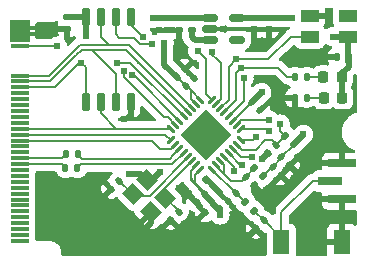
<source format=gbr>
%TF.GenerationSoftware,KiCad,Pcbnew,6.0.7-f9a2dced07~116~ubuntu22.04.1*%
%TF.CreationDate,2022-09-27T00:14:19+08:00*%
%TF.ProjectId,esp32_core_m2,65737033-325f-4636-9f72-655f6d322e6b,rev?*%
%TF.SameCoordinates,Original*%
%TF.FileFunction,Copper,L1,Top*%
%TF.FilePolarity,Positive*%
%FSLAX46Y46*%
G04 Gerber Fmt 4.6, Leading zero omitted, Abs format (unit mm)*
G04 Created by KiCad (PCBNEW 6.0.7-f9a2dced07~116~ubuntu22.04.1) date 2022-09-27 00:14:19*
%MOMM*%
%LPD*%
G01*
G04 APERTURE LIST*
G04 Aperture macros list*
%AMRoundRect*
0 Rectangle with rounded corners*
0 $1 Rounding radius*
0 $2 $3 $4 $5 $6 $7 $8 $9 X,Y pos of 4 corners*
0 Add a 4 corners polygon primitive as box body*
4,1,4,$2,$3,$4,$5,$6,$7,$8,$9,$2,$3,0*
0 Add four circle primitives for the rounded corners*
1,1,$1+$1,$2,$3*
1,1,$1+$1,$4,$5*
1,1,$1+$1,$6,$7*
1,1,$1+$1,$8,$9*
0 Add four rect primitives between the rounded corners*
20,1,$1+$1,$2,$3,$4,$5,0*
20,1,$1+$1,$4,$5,$6,$7,0*
20,1,$1+$1,$6,$7,$8,$9,0*
20,1,$1+$1,$8,$9,$2,$3,0*%
%AMRotRect*
0 Rectangle, with rotation*
0 The origin of the aperture is its center*
0 $1 length*
0 $2 width*
0 $3 Rotation angle, in degrees counterclockwise*
0 Add horizontal line*
21,1,$1,$2,0,0,$3*%
G04 Aperture macros list end*
%TA.AperFunction,SMDPad,CuDef*%
%ADD10RoundRect,0.218750X-0.218750X-0.256250X0.218750X-0.256250X0.218750X0.256250X-0.218750X0.256250X0*%
%TD*%
%TA.AperFunction,SMDPad,CuDef*%
%ADD11RoundRect,0.140000X-0.219203X-0.021213X-0.021213X-0.219203X0.219203X0.021213X0.021213X0.219203X0*%
%TD*%
%TA.AperFunction,SMDPad,CuDef*%
%ADD12RoundRect,0.135000X-0.135000X-0.185000X0.135000X-0.185000X0.135000X0.185000X-0.135000X0.185000X0*%
%TD*%
%TA.AperFunction,SMDPad,CuDef*%
%ADD13RoundRect,0.140000X0.219203X0.021213X0.021213X0.219203X-0.219203X-0.021213X-0.021213X-0.219203X0*%
%TD*%
%TA.AperFunction,SMDPad,CuDef*%
%ADD14RoundRect,0.140000X-0.170000X0.140000X-0.170000X-0.140000X0.170000X-0.140000X0.170000X0.140000X0*%
%TD*%
%TA.AperFunction,SMDPad,CuDef*%
%ADD15RoundRect,0.140000X-0.021213X0.219203X-0.219203X0.021213X0.021213X-0.219203X0.219203X-0.021213X0*%
%TD*%
%TA.AperFunction,SMDPad,CuDef*%
%ADD16RoundRect,0.140000X0.021213X-0.219203X0.219203X-0.021213X-0.021213X0.219203X-0.219203X0.021213X0*%
%TD*%
%TA.AperFunction,SMDPad,CuDef*%
%ADD17RoundRect,0.135000X-0.226274X-0.035355X-0.035355X-0.226274X0.226274X0.035355X0.035355X0.226274X0*%
%TD*%
%TA.AperFunction,SMDPad,CuDef*%
%ADD18RoundRect,0.062500X0.309359X-0.220971X-0.220971X0.309359X-0.309359X0.220971X0.220971X-0.309359X0*%
%TD*%
%TA.AperFunction,SMDPad,CuDef*%
%ADD19RoundRect,0.062500X0.309359X0.220971X0.220971X0.309359X-0.309359X-0.220971X-0.220971X-0.309359X0*%
%TD*%
%TA.AperFunction,ComponentPad*%
%ADD20C,0.500000*%
%TD*%
%TA.AperFunction,SMDPad,CuDef*%
%ADD21RotRect,3.100000X3.100000X135.000000*%
%TD*%
%TA.AperFunction,SMDPad,CuDef*%
%ADD22R,1.400000X2.000000*%
%TD*%
%TA.AperFunction,SMDPad,CuDef*%
%ADD23R,2.000000X0.800000*%
%TD*%
%TA.AperFunction,SMDPad,CuDef*%
%ADD24R,2.400000X0.800000*%
%TD*%
%TA.AperFunction,SMDPad,CuDef*%
%ADD25RoundRect,0.135000X0.226274X0.035355X0.035355X0.226274X-0.226274X-0.035355X-0.035355X-0.226274X0*%
%TD*%
%TA.AperFunction,SMDPad,CuDef*%
%ADD26RoundRect,0.150000X0.150000X-0.650000X0.150000X0.650000X-0.150000X0.650000X-0.150000X-0.650000X0*%
%TD*%
%TA.AperFunction,SMDPad,CuDef*%
%ADD27RoundRect,0.150000X-0.512500X-0.150000X0.512500X-0.150000X0.512500X0.150000X-0.512500X0.150000X0*%
%TD*%
%TA.AperFunction,SMDPad,CuDef*%
%ADD28R,1.550000X1.000000*%
%TD*%
%TA.AperFunction,SMDPad,CuDef*%
%ADD29RoundRect,0.140000X-0.140000X-0.170000X0.140000X-0.170000X0.140000X0.170000X-0.140000X0.170000X0*%
%TD*%
%TA.AperFunction,SMDPad,CuDef*%
%ADD30RoundRect,0.135000X-0.185000X0.135000X-0.185000X-0.135000X0.185000X-0.135000X0.185000X0.135000X0*%
%TD*%
%TA.AperFunction,SMDPad,CuDef*%
%ADD31R,1.600000X0.350000*%
%TD*%
%TA.AperFunction,SMDPad,CuDef*%
%ADD32RotRect,1.400000X1.200000X135.000000*%
%TD*%
%TA.AperFunction,ViaPad*%
%ADD33C,0.609600*%
%TD*%
%TA.AperFunction,Conductor*%
%ADD34C,0.203200*%
%TD*%
%TA.AperFunction,Conductor*%
%ADD35C,0.508000*%
%TD*%
G04 APERTURE END LIST*
D10*
%TO.P,D2,1,K*%
%TO.N,Net-(D2-Pad1)*%
X102260300Y-66497200D03*
%TO.P,D2,2,A*%
%TO.N,+3V3*%
X103835300Y-66497200D03*
%TD*%
%TO.P,D1,1,K*%
%TO.N,Net-(D1-Pad1)*%
X102285700Y-68249800D03*
%TO.P,D1,2,A*%
%TO.N,+3V3*%
X103860700Y-68249800D03*
%TD*%
D11*
%TO.P,C12,1*%
%TO.N,+3V3*%
X96231389Y-68596189D03*
%TO.P,C12,2*%
%TO.N,GND*%
X96910211Y-69275011D03*
%TD*%
D12*
%TO.P,R5,1*%
%TO.N,GND*%
X99822000Y-68249800D03*
%TO.P,R5,2*%
%TO.N,Net-(D1-Pad1)*%
X100842000Y-68249800D03*
%TD*%
D13*
%TO.P,C5,1*%
%TO.N,GND*%
X99374011Y-73974011D03*
%TO.P,C5,2*%
%TO.N,+3V3*%
X98695189Y-73295189D03*
%TD*%
D14*
%TO.P,C4,1*%
%TO.N,+3V3*%
X96413210Y-61470600D03*
%TO.P,C4,2*%
%TO.N,GND*%
X96413210Y-62430600D03*
%TD*%
D15*
%TO.P,C13,1*%
%TO.N,Net-(C13-Pad1)*%
X90001411Y-77892589D03*
%TO.P,C13,2*%
%TO.N,GND*%
X89322589Y-78571411D03*
%TD*%
D16*
%TO.P,C11,1*%
%TO.N,GND*%
X91516200Y-77089000D03*
%TO.P,C11,2*%
%TO.N,+3V3*%
X92195022Y-76410178D03*
%TD*%
%TO.P,C15,1*%
%TO.N,+3V3*%
X89840086Y-66512231D03*
%TO.P,C15,2*%
%TO.N,GND*%
X90518908Y-65833409D03*
%TD*%
%TO.P,C6,1*%
%TO.N,GND*%
X96541213Y-79313035D03*
%TO.P,C6,2*%
%TO.N,Net-(C6-Pad2)*%
X97220035Y-78634213D03*
%TD*%
D14*
%TO.P,C18,1*%
%TO.N,+3V3*%
X80568800Y-61429819D03*
%TO.P,C18,2*%
%TO.N,GND*%
X80568800Y-62389819D03*
%TD*%
D17*
%TO.P,R2,1*%
%TO.N,/CHIP_EN*%
X99029576Y-71470576D03*
%TO.P,R2,2*%
%TO.N,+3V3*%
X99750824Y-72191824D03*
%TD*%
D18*
%TO.P,U2,1,LNA_IN*%
%TO.N,Net-(C8-Pad1)*%
X92815136Y-74335010D03*
%TO.P,U2,2,VDD3P3*%
%TO.N,Net-(C9-Pad1)*%
X93168689Y-73981456D03*
%TO.P,U2,3,VDD3P3*%
X93522243Y-73627903D03*
%TO.P,U2,4,GPIO0/XTAL_32K_P*%
%TO.N,/GPIO0*%
X93875796Y-73274349D03*
%TO.P,U2,5,GPIO1/XTAL_32K_N*%
%TO.N,/GPIO1*%
X94229349Y-72920796D03*
%TO.P,U2,6,GPIO2*%
%TO.N,/GPIO2*%
X94582903Y-72567243D03*
%TO.P,U2,7,CHIP_EN*%
%TO.N,/CHIP_EN*%
X94936456Y-72213689D03*
%TO.P,U2,8,GPIO3*%
%TO.N,/GPIO3*%
X95290010Y-71860136D03*
D19*
%TO.P,U2,9,GPIO4/MTMS*%
%TO.N,/GPIO4*%
X95290010Y-70887864D03*
%TO.P,U2,10,GPIO5/MTDI*%
%TO.N,/GPIO5*%
X94936456Y-70534311D03*
%TO.P,U2,11,VDD3P3_RTC*%
%TO.N,+3V3*%
X94582903Y-70180757D03*
%TO.P,U2,12,GPIO6/MTCK*%
%TO.N,/GPIO6*%
X94229349Y-69827204D03*
%TO.P,U2,13,GPIO7/MTDO*%
%TO.N,/GPIO7*%
X93875796Y-69473651D03*
%TO.P,U2,14,GPIO8*%
%TO.N,/GPIO8*%
X93522243Y-69120097D03*
%TO.P,U2,15,GPIO9*%
%TO.N,/GPIO9*%
X93168689Y-68766544D03*
%TO.P,U2,16,GPIO10*%
%TO.N,/GPIO10*%
X92815136Y-68412990D03*
D18*
%TO.P,U2,17,VDD3P3_CPU*%
%TO.N,+3V3*%
X91842864Y-68412990D03*
%TO.P,U2,18,GPIO11/VDD_SPI*%
X91489311Y-68766544D03*
%TO.P,U2,19,GPIO12/SPIHD*%
%TO.N,/GPIO12*%
X91135757Y-69120097D03*
%TO.P,U2,20,GPIO13/SPIWP*%
%TO.N,/GPIO13*%
X90782204Y-69473651D03*
%TO.P,U2,21,GPIO14/SPICS0*%
%TO.N,/GPIO14*%
X90428651Y-69827204D03*
%TO.P,U2,22,GPIO15/SPICLK*%
%TO.N,/GPIO15*%
X90075097Y-70180757D03*
%TO.P,U2,23,GPIO16/SPID*%
%TO.N,/GPIO16*%
X89721544Y-70534311D03*
%TO.P,U2,24,GPIO17/SPIQ*%
%TO.N,/GPIO17*%
X89367990Y-70887864D03*
D19*
%TO.P,U2,25,GPIO18*%
%TO.N,/GPIO18*%
X89367990Y-71860136D03*
%TO.P,U2,26,GPIO19*%
%TO.N,/GPIO19*%
X89721544Y-72213689D03*
%TO.P,U2,27,GPIO20/U0RXD*%
%TO.N,/GPIO20*%
X90075097Y-72567243D03*
%TO.P,U2,28,GPIO21/U0TXD*%
%TO.N,/GPIO21*%
X90428651Y-72920796D03*
%TO.P,U2,29,XTAL_N*%
%TO.N,Net-(C14-Pad1)*%
X90782204Y-73274349D03*
%TO.P,U2,30,XTAL_P*%
%TO.N,Net-(C13-Pad1)*%
X91135757Y-73627903D03*
%TO.P,U2,31,VDDA*%
%TO.N,+3V3*%
X91489311Y-73981456D03*
%TO.P,U2,32,VDDA*%
X91842864Y-74335010D03*
D20*
%TO.P,U2,33,GND*%
%TO.N,GND*%
X92329000Y-71374000D03*
X90914786Y-71374000D03*
X92329000Y-72788214D03*
X93743214Y-71374000D03*
D21*
X92329000Y-71374000D03*
D20*
X91621893Y-70666893D03*
X93036107Y-72081107D03*
X93036107Y-70666893D03*
X91621893Y-72081107D03*
X92329000Y-69959786D03*
%TD*%
D12*
%TO.P,R6,1*%
%TO.N,/GPIO7*%
X99845400Y-66497200D03*
%TO.P,R6,2*%
%TO.N,Net-(D2-Pad1)*%
X100865400Y-66497200D03*
%TD*%
D14*
%TO.P,C3,1*%
%TO.N,+3V3*%
X97663000Y-61470600D03*
%TO.P,C3,2*%
%TO.N,GND*%
X97663000Y-62430600D03*
%TD*%
D12*
%TO.P,R4,1*%
%TO.N,/U0RXD*%
X80439800Y-73050400D03*
%TO.P,R4,2*%
%TO.N,/GPIO20*%
X81459800Y-73050400D03*
%TD*%
D22*
%TO.P,U3,1,ANT*%
%TO.N,Net-(C6-Pad2)*%
X98701000Y-80423000D03*
%TO.P,U3,2,GND*%
%TO.N,GND*%
X103801000Y-80423000D03*
%TD*%
D16*
%TO.P,C17,1*%
%TO.N,GND*%
X97577589Y-72907211D03*
%TO.P,C17,2*%
%TO.N,/CHIP_EN*%
X98256411Y-72228389D03*
%TD*%
D14*
%TO.P,C2,1*%
%TO.N,+5V*%
X90017600Y-61521400D03*
%TO.P,C2,2*%
%TO.N,GND*%
X90017600Y-62481400D03*
%TD*%
D11*
%TO.P,C9,1*%
%TO.N,Net-(C9-Pad1)*%
X95672589Y-74971589D03*
%TO.P,C9,2*%
%TO.N,GND*%
X96351411Y-75650411D03*
%TD*%
D23*
%TO.P,U5,1,SIG*%
%TO.N,Net-(C6-Pad2)*%
X102852000Y-75311000D03*
D24*
%TO.P,U5,2,GND*%
%TO.N,GND*%
X103852000Y-76811000D03*
X103852000Y-73811000D03*
%TD*%
D13*
%TO.P,C7,1*%
%TO.N,GND*%
X98637411Y-74786811D03*
%TO.P,C7,2*%
%TO.N,+3V3*%
X97958589Y-74107989D03*
%TD*%
D12*
%TO.P,R3,1*%
%TO.N,/U0TXD*%
X80414400Y-74193400D03*
%TO.P,R3,2*%
%TO.N,/GPIO21*%
X81434400Y-74193400D03*
%TD*%
D25*
%TO.P,L2,1,1*%
%TO.N,+3V3*%
X97134624Y-74909624D03*
%TO.P,L2,2,2*%
%TO.N,Net-(C9-Pad1)*%
X96413376Y-74188376D03*
%TD*%
D26*
%TO.P,U4,1,~{CS}*%
%TO.N,/GPIO14*%
X82143600Y-68649400D03*
%TO.P,U4,2,DO(IO1)*%
%TO.N,/GPIO17*%
X83413600Y-68649400D03*
%TO.P,U4,3,IO2*%
%TO.N,/GPIO13*%
X84683600Y-68649400D03*
%TO.P,U4,4,GND*%
%TO.N,GND*%
X85953600Y-68649400D03*
%TO.P,U4,5,DI(IO0)*%
%TO.N,/GPIO16*%
X85953600Y-61449400D03*
%TO.P,U4,6,CLK*%
%TO.N,/GPIO15*%
X84683600Y-61449400D03*
%TO.P,U4,7,IO3*%
%TO.N,/GPIO12*%
X83413600Y-61449400D03*
%TO.P,U4,8,VCC*%
%TO.N,+3V3*%
X82143600Y-61449400D03*
%TD*%
D27*
%TO.P,U1,1,VIN*%
%TO.N,+5V*%
X92668038Y-61473004D03*
%TO.P,U1,2,GND*%
%TO.N,GND*%
X92668038Y-62423004D03*
%TO.P,U1,3,EN*%
%TO.N,Net-(R1-Pad2)*%
X92668038Y-63373004D03*
%TO.P,U1,4,NC*%
%TO.N,unconnected-(U1-Pad4)*%
X94943038Y-63373004D03*
%TO.P,U1,5,VOUT*%
%TO.N,+3V3*%
X94943038Y-61473004D03*
%TD*%
D28*
%TO.P,U6,1,VDD*%
%TO.N,+3V3*%
X104380500Y-63074550D03*
%TO.P,U6,2,DOUT*%
%TO.N,unconnected-(U6-Pad2)*%
X104380500Y-61294550D03*
%TO.P,U6,3,VSS*%
%TO.N,GND*%
X101105500Y-61294550D03*
%TO.P,U6,4,DIN*%
%TO.N,/GPIO8*%
X101105500Y-63074550D03*
%TD*%
D16*
%TO.P,C10,1*%
%TO.N,GND*%
X92243589Y-77911011D03*
%TO.P,C10,2*%
%TO.N,+3V3*%
X92922411Y-77232189D03*
%TD*%
D25*
%TO.P,L1,1,1*%
%TO.N,Net-(C6-Pad2)*%
X96372624Y-77830624D03*
%TO.P,L1,2,2*%
%TO.N,Net-(C8-Pad1)*%
X95651376Y-77109376D03*
%TD*%
D15*
%TO.P,C8,1*%
%TO.N,Net-(C8-Pad1)*%
X94827411Y-76348213D03*
%TO.P,C8,2*%
%TO.N,GND*%
X94148589Y-77027035D03*
%TD*%
D29*
%TO.P,C19,1*%
%TO.N,GND*%
X103431400Y-64820800D03*
%TO.P,C19,2*%
%TO.N,+3V3*%
X104391400Y-64820800D03*
%TD*%
D16*
%TO.P,C16,1*%
%TO.N,+3V3*%
X90592589Y-67268411D03*
%TO.P,C16,2*%
%TO.N,GND*%
X91271411Y-66589589D03*
%TD*%
D30*
%TO.P,R1,1*%
%TO.N,+5V*%
X91109800Y-61491400D03*
%TO.P,R1,2*%
%TO.N,Net-(R1-Pad2)*%
X91109800Y-62511400D03*
%TD*%
D15*
%TO.P,C14,1*%
%TO.N,Net-(C14-Pad1)*%
X84978911Y-75263519D03*
%TO.P,C14,2*%
%TO.N,GND*%
X84300089Y-75942341D03*
%TD*%
D31*
%TO.P,J1,1,1*%
%TO.N,unconnected-(J1-Pad1)*%
X76568300Y-80370000D03*
%TO.P,J1,3,3*%
%TO.N,unconnected-(J1-Pad3)*%
X76568300Y-79870000D03*
%TO.P,J1,5,5*%
%TO.N,unconnected-(J1-Pad5)*%
X76568300Y-79370000D03*
%TO.P,J1,7,7*%
%TO.N,unconnected-(J1-Pad7)*%
X76568300Y-78870000D03*
%TO.P,J1,9,9*%
%TO.N,unconnected-(J1-Pad9)*%
X76568300Y-78370000D03*
%TO.P,J1,11,11*%
%TO.N,unconnected-(J1-Pad11)*%
X76568300Y-77870000D03*
%TO.P,J1,13,13*%
%TO.N,unconnected-(J1-Pad13)*%
X76568300Y-77370000D03*
%TO.P,J1,15,15*%
%TO.N,unconnected-(J1-Pad15)*%
X76568300Y-76870000D03*
%TO.P,J1,17,17*%
%TO.N,unconnected-(J1-Pad17)*%
X76568300Y-76370000D03*
%TO.P,J1,19,19*%
%TO.N,unconnected-(J1-Pad19)*%
X76568300Y-75870000D03*
%TO.P,J1,21,21*%
%TO.N,unconnected-(J1-Pad21)*%
X76568300Y-75370000D03*
%TO.P,J1,23,23*%
%TO.N,unconnected-(J1-Pad23)*%
X76568300Y-74870000D03*
%TO.P,J1,25,25*%
%TO.N,unconnected-(J1-Pad25)*%
X76568300Y-74370000D03*
%TO.P,J1,27,27*%
%TO.N,/U0TXD*%
X76568300Y-73870000D03*
%TO.P,J1,29,29*%
%TO.N,/U0RXD*%
X76568300Y-73370000D03*
%TO.P,J1,31,31*%
%TO.N,unconnected-(J1-Pad31)*%
X76568300Y-72870000D03*
%TO.P,J1,33,33*%
%TO.N,unconnected-(J1-Pad33)*%
X76568300Y-72370000D03*
%TO.P,J1,35,35*%
%TO.N,/GPIO19*%
X76568300Y-71870000D03*
%TO.P,J1,37,37*%
%TO.N,/GPIO18*%
X76568300Y-71370000D03*
%TO.P,J1,39,39*%
%TO.N,/GPIO17*%
X76568300Y-70870000D03*
%TO.P,J1,41,41*%
%TO.N,unconnected-(J1-Pad41)*%
X76568300Y-70370000D03*
%TO.P,J1,43,43*%
%TO.N,unconnected-(J1-Pad43)*%
X76568300Y-69870000D03*
%TO.P,J1,45,45*%
%TO.N,unconnected-(J1-Pad45)*%
X76568300Y-69370000D03*
%TO.P,J1,47,47*%
%TO.N,unconnected-(J1-Pad47)*%
X76568300Y-68870000D03*
%TO.P,J1,49,49*%
%TO.N,unconnected-(J1-Pad49)*%
X76568300Y-68370000D03*
%TO.P,J1,51,51*%
%TO.N,unconnected-(J1-Pad51)*%
X76568300Y-67870000D03*
%TO.P,J1,53,53*%
%TO.N,/GPIO14*%
X76568300Y-67370000D03*
%TO.P,J1,55,55*%
%TO.N,/GPIO13*%
X76568300Y-66870000D03*
%TO.P,J1,57,57*%
%TO.N,/GPIO12*%
X76568300Y-66370000D03*
%TO.P,J1,67,67*%
%TO.N,/CHIP_EN*%
X76568300Y-63870000D03*
%TO.P,J1,69,69*%
%TO.N,GND*%
X76568300Y-63370000D03*
%TO.P,J1,71,71*%
X76568300Y-62870000D03*
%TO.P,J1,73,73*%
X76568300Y-62370000D03*
%TO.P,J1,75,75*%
X76568300Y-61870000D03*
%TD*%
D32*
%TO.P,Y1,1,1*%
%TO.N,Net-(C13-Pad1)*%
X88881858Y-76757777D03*
%TO.P,Y1,2,2*%
%TO.N,GND*%
X87326223Y-75202142D03*
%TO.P,Y1,3,3*%
%TO.N,Net-(C14-Pad1)*%
X86124142Y-76404223D03*
%TO.P,Y1,4,4*%
%TO.N,GND*%
X87679777Y-77959858D03*
%TD*%
D14*
%TO.P,C1,1*%
%TO.N,+5V*%
X88976200Y-61521400D03*
%TO.P,C1,2*%
%TO.N,GND*%
X88976200Y-62481400D03*
%TD*%
D33*
%TO.N,GND*%
X96393000Y-63322200D03*
X101092000Y-64820800D03*
X102057200Y-64795400D03*
X102666800Y-61341000D03*
%TO.N,+3V3*%
X103047800Y-63068200D03*
%TO.N,/GPIO0*%
X94727572Y-74434023D03*
%TO.N,/GPIO1*%
X95351600Y-73914000D03*
%TO.N,/GPIO2*%
X96251166Y-73278500D03*
%TO.N,/GPIO3*%
X96545400Y-71602600D03*
%TO.N,/GPIO4*%
X97685746Y-71073179D03*
%TO.N,/GPIO5*%
X97688400Y-70154800D03*
%TO.N,/GPIO6*%
X95529400Y-66598800D03*
%TO.N,/GPIO7*%
X95275400Y-65709800D03*
%TO.N,/GPIO8*%
X94843600Y-64998600D03*
%TO.N,/GPIO9*%
X92862400Y-64414400D03*
%TO.N,/GPIO10*%
X91617800Y-64262000D03*
%TO.N,/GPIO14*%
X81737200Y-65277500D03*
X84759800Y-65277500D03*
%TO.N,/GPIO15*%
X86087941Y-66342660D03*
X87731600Y-63728600D03*
%TO.N,/GPIO16*%
X86995000Y-63094100D03*
X85369400Y-65963800D03*
%TO.N,GND*%
X81667350Y-76657200D03*
X102927150Y-78282800D03*
X87172800Y-80314800D03*
X80733900Y-78613000D03*
X101060250Y-78282800D03*
X101993700Y-78282800D03*
X85305900Y-79324200D03*
X80733900Y-77647800D03*
X82600800Y-76657200D03*
X85305900Y-80314800D03*
X79800450Y-76657200D03*
X87172800Y-81280000D03*
X80721200Y-63373000D03*
X91967050Y-79222600D03*
X86239350Y-81280000D03*
X94767400Y-79222600D03*
X82600800Y-77647800D03*
X103860600Y-78282800D03*
X91033600Y-81178400D03*
X88417400Y-74498200D03*
X82600800Y-78613000D03*
X81667350Y-78613000D03*
X85369400Y-70053200D03*
X91033600Y-80213200D03*
X90144600Y-63550800D03*
X85305900Y-81280000D03*
X91033600Y-79222600D03*
X91967050Y-80213200D03*
X93833950Y-81178400D03*
X97967800Y-77825600D03*
X83439000Y-81280000D03*
X92900500Y-79222600D03*
X86239350Y-80314800D03*
X85826600Y-74676000D03*
X84372450Y-81280000D03*
X78867000Y-76657200D03*
X83439000Y-79324200D03*
X84372450Y-80314800D03*
X100126800Y-78282800D03*
X97053400Y-73406000D03*
X80733900Y-76657200D03*
X92900500Y-81178400D03*
X79800450Y-78613000D03*
X78587600Y-62966600D03*
X78867000Y-77647800D03*
X84372450Y-79324200D03*
X94767400Y-81178400D03*
X93833950Y-80213200D03*
X92900500Y-80213200D03*
X91967050Y-81178400D03*
X78867000Y-78613000D03*
X81667350Y-77647800D03*
X93833950Y-79222600D03*
X87172800Y-79324200D03*
X94767400Y-80213200D03*
X79800450Y-77647800D03*
X83439000Y-80314800D03*
X86239350Y-79324200D03*
X90017600Y-75920600D03*
%TO.N,+5V*%
X87833200Y-61518800D03*
%TO.N,/CHIP_EN*%
X79730600Y-63881000D03*
X98610438Y-70477362D03*
%TO.N,+3V3*%
X97028000Y-67792600D03*
X82143600Y-63042800D03*
X100558600Y-71348600D03*
X88773000Y-63627000D03*
X99618800Y-61468000D03*
X93497400Y-78181200D03*
%TD*%
D34*
%TO.N,/GPIO5*%
X94936456Y-70534311D02*
X95315967Y-70154800D01*
X95315967Y-70154800D02*
X97688400Y-70154800D01*
%TO.N,/CHIP_EN*%
X98610438Y-70477362D02*
X98610438Y-71051438D01*
X98610438Y-71051438D02*
X99029576Y-71470576D01*
X99029576Y-71470576D02*
X98704400Y-71145400D01*
%TO.N,/GPIO4*%
X97685746Y-71073179D02*
X97500431Y-70887864D01*
X97500431Y-70887864D02*
X95290010Y-70887864D01*
D35*
%TO.N,+3V3*%
X103047800Y-63068200D02*
X104374150Y-63068200D01*
X104374150Y-63068200D02*
X104380500Y-63074550D01*
X104391400Y-65229800D02*
X104391400Y-64820800D01*
X104391400Y-65610800D02*
X104391400Y-65229800D01*
X104391400Y-65229800D02*
X104380500Y-65218900D01*
X104380500Y-65218900D02*
X104380500Y-63074550D01*
X103835300Y-66497200D02*
X103835300Y-66166900D01*
X103835300Y-66166900D02*
X104391400Y-65610800D01*
X103860700Y-68249800D02*
X103860700Y-66522600D01*
X103860700Y-66522600D02*
X103835300Y-66497200D01*
D34*
%TO.N,Net-(D1-Pad1)*%
X100842000Y-68249800D02*
X102285700Y-68249800D01*
%TO.N,/GPIO7*%
X95275400Y-65709800D02*
X98425000Y-65709800D01*
X98425000Y-65709800D02*
X99212400Y-66497200D01*
X99212400Y-66497200D02*
X99845400Y-66497200D01*
%TO.N,/GPIO8*%
X94843600Y-64998600D02*
X97586800Y-64998600D01*
X97586800Y-64998600D02*
X99510850Y-63074550D01*
X99510850Y-63074550D02*
X101105500Y-63074550D01*
X94234000Y-68402200D02*
X93522243Y-69113957D01*
X93522243Y-69113957D02*
X93522243Y-69120097D01*
X94234000Y-65608200D02*
X94234000Y-68402200D01*
X94843600Y-64998600D02*
X94234000Y-65608200D01*
%TO.N,/GPIO7*%
X95275400Y-65709800D02*
X94869000Y-66116200D01*
X94869000Y-66116200D02*
X94869000Y-68480447D01*
X94869000Y-68480447D02*
X93875796Y-69473651D01*
%TO.N,/GPIO6*%
X95529400Y-66598800D02*
X95529400Y-68527153D01*
X95529400Y-68527153D02*
X94229349Y-69827204D01*
%TO.N,+3V3*%
X104380500Y-64809900D02*
X104391400Y-64820800D01*
%TO.N,Net-(D2-Pad1)*%
X102260300Y-66497200D02*
X100865400Y-66497200D01*
%TO.N,/GPIO0*%
X94727572Y-74128172D02*
X93875796Y-73276396D01*
X93875796Y-73276396D02*
X93875796Y-73274349D01*
X94727572Y-74434023D02*
X94727572Y-74128172D01*
%TO.N,/GPIO1*%
X95351600Y-73914000D02*
X95224600Y-73914000D01*
X94231396Y-72920796D02*
X94229349Y-72920796D01*
X95224600Y-73914000D02*
X94231396Y-72920796D01*
%TO.N,/GPIO2*%
X95300300Y-73278500D02*
X94589043Y-72567243D01*
X94589043Y-72567243D02*
X94582903Y-72567243D01*
X96251166Y-73278500D02*
X95300300Y-73278500D01*
%TO.N,/GPIO3*%
X96545400Y-71602600D02*
X96287864Y-71860136D01*
X96287864Y-71860136D02*
X95290010Y-71860136D01*
%TO.N,/GPIO5*%
X94936456Y-70534311D02*
X94936456Y-70519144D01*
%TO.N,/GPIO9*%
X93573600Y-68361633D02*
X93168689Y-68766544D01*
X92862400Y-64598358D02*
X92862400Y-64414400D01*
X93161543Y-64897500D02*
X93265721Y-65001679D01*
X93265721Y-65001679D02*
X93573600Y-65309557D01*
X93573600Y-65309557D02*
X93573600Y-68361633D01*
X93265721Y-65001679D02*
X92862400Y-64598358D01*
%TO.N,/GPIO10*%
X92329000Y-64973200D02*
X91617800Y-64262000D01*
X92815136Y-68412990D02*
X92329000Y-67926854D01*
X92329000Y-67926854D02*
X92329000Y-64973200D01*
%TO.N,/GPIO12*%
X86277660Y-64262000D02*
X86496630Y-64480970D01*
X84861400Y-63804800D02*
X85820460Y-63804800D01*
X84124800Y-63804800D02*
X84861400Y-63804800D01*
X79045000Y-66370000D02*
X81610200Y-63804800D01*
X81610200Y-63804800D02*
X84861400Y-63804800D01*
X83413600Y-61449400D02*
X83413600Y-63093600D01*
X76568300Y-66370000D02*
X79045000Y-66370000D01*
X86496630Y-64480970D02*
X91135757Y-69120097D01*
X85820460Y-63804800D02*
X86496630Y-64480970D01*
X83413600Y-63093600D02*
X84124800Y-63804800D01*
%TO.N,/GPIO13*%
X86715600Y-65405000D02*
X86588600Y-65278000D01*
X81778536Y-64211200D02*
X81321336Y-64668400D01*
X90782204Y-69473651D02*
X90782204Y-69471604D01*
X86715600Y-65405000D02*
X85521800Y-64211200D01*
X84683600Y-68649400D02*
X84683600Y-66979800D01*
X82651600Y-64211200D02*
X81778536Y-64211200D01*
X90782204Y-69471604D02*
X86715600Y-65405000D01*
X84683600Y-66243200D02*
X82651600Y-64211200D01*
X79119736Y-66870000D02*
X76568300Y-66870000D01*
X81321336Y-64668400D02*
X79119736Y-66870000D01*
X85521800Y-64211200D02*
X82651600Y-64211200D01*
X84683600Y-66979800D02*
X84683600Y-66243200D01*
%TO.N,/GPIO14*%
X79492800Y-67370000D02*
X76568300Y-67370000D01*
X81737200Y-65277500D02*
X82143600Y-65683900D01*
X85884179Y-65277500D02*
X90428651Y-69821972D01*
X82143600Y-65683900D02*
X82143600Y-68649400D01*
X81737200Y-65277500D02*
X81585300Y-65277500D01*
X90428651Y-69821972D02*
X90428651Y-69827204D01*
X81585300Y-65277500D02*
X79492800Y-67370000D01*
X84759800Y-65277500D02*
X85884179Y-65277500D01*
%TO.N,/GPIO18*%
X88877854Y-71370000D02*
X89367990Y-71860136D01*
X76568300Y-71370000D02*
X88877854Y-71370000D01*
%TO.N,/GPIO19*%
X87719600Y-71870000D02*
X88430100Y-72580500D01*
X89711311Y-72213689D02*
X89721544Y-72213689D01*
X89344500Y-72580500D02*
X89711311Y-72213689D01*
X88430100Y-72580500D02*
X89344500Y-72580500D01*
X76568300Y-71870000D02*
X87719600Y-71870000D01*
%TO.N,/U0RXD*%
X80120200Y-73370000D02*
X80439800Y-73050400D01*
X76568300Y-73370000D02*
X80120200Y-73370000D01*
%TO.N,/U0TXD*%
X80091000Y-73870000D02*
X80414400Y-74193400D01*
X76568300Y-73870000D02*
X80091000Y-73870000D01*
%TO.N,Net-(C6-Pad2)*%
X96416446Y-77830624D02*
X97220035Y-78634213D01*
X101346000Y-75311000D02*
X102852000Y-75311000D01*
X97220385Y-78634213D02*
X98701000Y-80114828D01*
X98701000Y-80423000D02*
X98701000Y-77956000D01*
X98701000Y-80114828D02*
X98701000Y-80423000D01*
X96372624Y-77830624D02*
X96416446Y-77830624D01*
X97220035Y-78634213D02*
X97220385Y-78634213D01*
X98701000Y-77956000D02*
X101346000Y-75311000D01*
%TO.N,Net-(C8-Pad1)*%
X92815136Y-74335010D02*
X92815136Y-74335938D01*
X94890213Y-76348213D02*
X95651376Y-77109376D01*
X94827411Y-76348213D02*
X94890213Y-76348213D01*
X92815136Y-74335938D02*
X94827411Y-76348213D01*
%TO.N,Net-(C9-Pad1)*%
X96413376Y-74188376D02*
X96413376Y-74230802D01*
X95383978Y-75260200D02*
X95672589Y-74971589D01*
X93865700Y-73971360D02*
X93865700Y-74688700D01*
X93522243Y-73627903D02*
X93865700Y-73971360D01*
X94437200Y-75260200D02*
X95383978Y-75260200D01*
X93168689Y-73981456D02*
X93168689Y-73991689D01*
X93522243Y-73627903D02*
X93523437Y-73627903D01*
X93865700Y-74688700D02*
X94437200Y-75260200D01*
X93168689Y-73991689D02*
X93865700Y-74688700D01*
X96413376Y-74230802D02*
X95672589Y-74971589D01*
%TO.N,Net-(C13-Pad1)*%
X90001411Y-77892589D02*
X90001411Y-77877330D01*
X90001411Y-77877330D02*
X88881858Y-76757777D01*
X91135757Y-73627903D02*
X88881858Y-75881802D01*
X88881858Y-75881802D02*
X88881858Y-76757777D01*
%TO.N,Net-(C14-Pad1)*%
X87553800Y-76530200D02*
X86250119Y-76530200D01*
X84978911Y-75263519D02*
X84983438Y-75263519D01*
X90782204Y-73274349D02*
X90782204Y-73301796D01*
X90782204Y-73301796D02*
X87553800Y-76530200D01*
X84983438Y-75263519D02*
X86124142Y-76404223D01*
X86250119Y-76530200D02*
X86124142Y-76404223D01*
%TO.N,/GPIO15*%
X84683600Y-62890400D02*
X84683600Y-61449400D01*
X84963000Y-63169800D02*
X84683600Y-62890400D01*
X84963000Y-63169800D02*
X86207600Y-63169800D01*
X87706200Y-63703200D02*
X86741000Y-63703200D01*
X86207600Y-63169800D02*
X86741000Y-63703200D01*
X86237000Y-66342660D02*
X90075097Y-70180757D01*
X87731600Y-63728600D02*
X87706200Y-63703200D01*
X86087941Y-66342660D02*
X86237000Y-66342660D01*
%TO.N,/GPIO16*%
X85369400Y-66487639D02*
X88782561Y-69900800D01*
X88782561Y-69900800D02*
X89088033Y-69900800D01*
X89088033Y-69900800D02*
X89721544Y-70534311D01*
X86995000Y-63094100D02*
X85953600Y-62052700D01*
X85953600Y-62052700D02*
X85953600Y-61449400D01*
X85369400Y-65963800D02*
X85369400Y-66487639D01*
%TO.N,/GPIO17*%
X83413600Y-69570600D02*
X84713000Y-70870000D01*
X83413600Y-69570600D02*
X83413600Y-68649400D01*
X89350126Y-70870000D02*
X89367990Y-70887864D01*
X84713000Y-70870000D02*
X83239800Y-70870000D01*
X85213000Y-70870000D02*
X89350126Y-70870000D01*
X83239800Y-70870000D02*
X85213000Y-70870000D01*
X83239800Y-70870000D02*
X76568300Y-70870000D01*
X84713000Y-70870000D02*
X85213000Y-70870000D01*
%TO.N,/GPIO21*%
X89460847Y-73888600D02*
X90428651Y-72920796D01*
X81434400Y-74193400D02*
X81457800Y-74193400D01*
X81457800Y-74193400D02*
X81762600Y-73888600D01*
X81762600Y-73888600D02*
X89460847Y-73888600D01*
%TO.N,/GPIO20*%
X81459800Y-73050400D02*
X81459800Y-73052400D01*
X90068957Y-72567243D02*
X89509600Y-73126600D01*
X90075097Y-72567243D02*
X90068957Y-72567243D01*
X81459800Y-73052400D02*
X81813400Y-73406000D01*
X81813400Y-73406000D02*
X89230200Y-73406000D01*
X89230200Y-73406000D02*
X89509600Y-73126600D01*
D35*
%TO.N,GND*%
X87679777Y-77959858D02*
X87679777Y-78817223D01*
X87679777Y-78817223D02*
X87172800Y-79324200D01*
D34*
X85953600Y-69469000D02*
X85369400Y-70053200D01*
D35*
X85826600Y-74676000D02*
X86800081Y-74676000D01*
X97552189Y-72907211D02*
X97053400Y-73406000D01*
X96351411Y-75650411D02*
X96351411Y-76209211D01*
X87326223Y-75202142D02*
X87713458Y-75202142D01*
X86800081Y-74676000D02*
X87326223Y-75202142D01*
D34*
X85953600Y-68649400D02*
X85953600Y-69469000D01*
D35*
X96351411Y-76209211D02*
X97967800Y-77825600D01*
X87713458Y-75202142D02*
X88417400Y-74498200D01*
X97577589Y-72907211D02*
X97552189Y-72907211D01*
%TO.N,+5V*%
X90017600Y-61521400D02*
X91079800Y-61521400D01*
X88976200Y-61521400D02*
X90017600Y-61521400D01*
X91109800Y-61491400D02*
X92649642Y-61491400D01*
X87833200Y-61518800D02*
X88973600Y-61518800D01*
X92649642Y-61491400D02*
X92668038Y-61473004D01*
X91079800Y-61521400D02*
X91109800Y-61491400D01*
X88973600Y-61518800D02*
X88976200Y-61521400D01*
D34*
%TO.N,/CHIP_EN*%
X79719600Y-63870000D02*
X79730600Y-63881000D01*
X94936456Y-72213689D02*
X94946689Y-72213689D01*
X98256411Y-72228389D02*
X98271763Y-72228389D01*
X98271763Y-72228389D02*
X99029576Y-71470576D01*
X76568300Y-63870000D02*
X79719600Y-63870000D01*
X97332800Y-71856600D02*
X97884622Y-71856600D01*
X95402400Y-72669400D02*
X96520000Y-72669400D01*
X94946689Y-72213689D02*
X95402400Y-72669400D01*
X96520000Y-72669400D02*
X97332800Y-71856600D01*
X97884622Y-71856600D02*
X98256411Y-72228389D01*
D35*
%TO.N,Net-(R1-Pad2)*%
X91363804Y-63373004D02*
X92668038Y-63373004D01*
X91109800Y-62511400D02*
X91109800Y-63119000D01*
X91109800Y-63119000D02*
X91363804Y-63373004D01*
%TO.N,+3V3*%
X92922411Y-77137567D02*
X92144222Y-76359378D01*
D34*
X90592589Y-67268411D02*
X90698285Y-67268411D01*
D35*
X93497400Y-78181200D02*
X93497400Y-77603978D01*
D34*
X91363800Y-74814074D02*
X91842864Y-74335010D01*
D35*
X100558600Y-71384048D02*
X99750824Y-72191824D01*
D34*
X90698285Y-67268411D02*
X91102637Y-67672763D01*
X91363800Y-75184000D02*
X91363800Y-74814074D01*
D35*
X97028000Y-67799578D02*
X96231389Y-68596189D01*
X97660596Y-61473004D02*
X97663000Y-61470600D01*
D34*
X97958589Y-74107989D02*
X97936259Y-74107989D01*
X91008200Y-74472800D02*
X91008200Y-74828400D01*
X94582903Y-70180757D02*
X94589043Y-70180757D01*
D35*
X97028000Y-67792600D02*
X97028000Y-67799578D01*
X99616200Y-61470600D02*
X99618800Y-61468000D01*
D34*
X97936259Y-74107989D02*
X97134624Y-74909624D01*
X91008200Y-74828400D02*
X91008200Y-75082400D01*
X92160411Y-76234611D02*
X91363800Y-75438000D01*
X91059000Y-67716400D02*
X91102637Y-67672763D01*
X91489311Y-73991689D02*
X91008200Y-74472800D01*
X91363800Y-75438000D02*
X91363800Y-75184000D01*
D35*
X82143600Y-61449400D02*
X82124019Y-61429819D01*
X82124019Y-61429819D02*
X80568800Y-61429819D01*
X88773000Y-65445145D02*
X89840086Y-66512231D01*
X97663000Y-61470600D02*
X99616200Y-61470600D01*
X93497400Y-77807178D02*
X92922411Y-77232189D01*
D34*
X91008200Y-75082400D02*
X91363800Y-75438000D01*
D35*
X94943038Y-61473004D02*
X97660596Y-61473004D01*
D34*
X98695189Y-73295189D02*
X98695189Y-73371389D01*
X91489311Y-73981456D02*
X91489311Y-73991689D01*
D35*
X92922411Y-77232189D02*
X92922411Y-77137567D01*
D34*
X89840086Y-66512231D02*
X89840086Y-66515908D01*
X99750824Y-72239554D02*
X98695189Y-73295189D01*
D35*
X88773000Y-63627000D02*
X88773000Y-65445145D01*
D34*
X92144222Y-76359378D02*
X91008200Y-75223356D01*
D35*
X93497400Y-78181200D02*
X93497400Y-77807178D01*
D34*
X92144222Y-76359378D02*
X91363800Y-75578956D01*
X91102637Y-67672763D02*
X91842864Y-68412990D01*
X91489311Y-68756311D02*
X91059000Y-68326000D01*
X94589043Y-70180757D02*
X96173611Y-68596189D01*
X92160411Y-76241589D02*
X92160411Y-76234611D01*
X99750824Y-72141024D02*
X99750824Y-72239554D01*
X89840086Y-66515908D02*
X90592589Y-67268411D01*
D35*
X100558600Y-71348600D02*
X100558600Y-71384048D01*
D34*
X91489311Y-68766544D02*
X91489311Y-68756311D01*
X91363800Y-75578956D02*
X91363800Y-75184000D01*
X96173611Y-68596189D02*
X96231389Y-68596189D01*
X91008200Y-75223356D02*
X91008200Y-74828400D01*
X91059000Y-68326000D02*
X91059000Y-67716400D01*
X98695189Y-73371389D02*
X97958589Y-74107989D01*
D35*
X82143600Y-61449400D02*
X82143600Y-63042800D01*
D34*
X97134624Y-74867198D02*
X97134624Y-74909624D01*
%TD*%
%TA.AperFunction,Conductor*%
%TO.N,GND*%
G36*
X79612357Y-74500102D02*
G01*
X79658850Y-74553758D01*
X79665232Y-74570946D01*
X79684131Y-74635996D01*
X79688166Y-74642818D01*
X79688166Y-74642819D01*
X79762860Y-74769120D01*
X79766894Y-74775941D01*
X79881859Y-74890906D01*
X79888680Y-74894940D01*
X79904401Y-74904237D01*
X80021804Y-74973669D01*
X80029415Y-74975880D01*
X80029417Y-74975881D01*
X80118215Y-75001679D01*
X80177934Y-75019029D01*
X80184341Y-75019533D01*
X80184345Y-75019534D01*
X80211956Y-75021707D01*
X80211962Y-75021707D01*
X80214411Y-75021900D01*
X80414278Y-75021900D01*
X80614388Y-75021899D01*
X80650866Y-75019029D01*
X80747670Y-74990905D01*
X80799383Y-74975881D01*
X80799385Y-74975880D01*
X80806996Y-74973669D01*
X80813821Y-74969633D01*
X80813825Y-74969631D01*
X80860261Y-74942169D01*
X80929077Y-74924709D01*
X80988539Y-74942169D01*
X81034975Y-74969631D01*
X81034979Y-74969633D01*
X81041804Y-74973669D01*
X81049415Y-74975880D01*
X81049417Y-74975881D01*
X81138215Y-75001679D01*
X81197934Y-75019029D01*
X81204341Y-75019533D01*
X81204345Y-75019534D01*
X81231956Y-75021707D01*
X81231962Y-75021707D01*
X81234411Y-75021900D01*
X81434278Y-75021900D01*
X81634388Y-75021899D01*
X81670866Y-75019029D01*
X81767670Y-74990905D01*
X81819383Y-74975881D01*
X81819385Y-74975880D01*
X81826996Y-74973669D01*
X81944400Y-74904237D01*
X81960120Y-74894940D01*
X81966941Y-74890906D01*
X82081906Y-74775941D01*
X82085940Y-74769120D01*
X82160634Y-74642819D01*
X82160634Y-74642818D01*
X82164669Y-74635996D01*
X82178164Y-74589546D01*
X82216378Y-74529711D01*
X82280874Y-74500034D01*
X82299161Y-74498700D01*
X84282006Y-74498700D01*
X84350127Y-74518702D01*
X84396620Y-74572358D01*
X84406724Y-74642632D01*
X84377230Y-74707212D01*
X84371101Y-74713795D01*
X84254845Y-74830051D01*
X84252573Y-74832711D01*
X84236249Y-74851825D01*
X84230891Y-74858098D01*
X84227790Y-74863738D01*
X84227789Y-74863740D01*
X84209134Y-74897674D01*
X84151956Y-75001679D01*
X84147115Y-75020534D01*
X84110803Y-75081539D01*
X84056408Y-75111241D01*
X84046111Y-75113885D01*
X84031486Y-75119675D01*
X83921629Y-75180068D01*
X83911686Y-75190068D01*
X83914496Y-75197537D01*
X84111022Y-75394063D01*
X84143969Y-75451824D01*
X84148015Y-75467581D01*
X84151956Y-75482932D01*
X84155772Y-75489873D01*
X84155773Y-75489876D01*
X84227310Y-75620000D01*
X84230891Y-75626514D01*
X84254845Y-75654560D01*
X84511868Y-75911583D01*
X84545894Y-75973895D01*
X84540829Y-76044710D01*
X84511868Y-76089774D01*
X84300089Y-76301552D01*
X83936338Y-76665304D01*
X83928947Y-76678839D01*
X83935019Y-76687517D01*
X83943035Y-76693057D01*
X84073913Y-76765007D01*
X84088543Y-76770799D01*
X84231763Y-76807573D01*
X84247365Y-76809544D01*
X84395239Y-76809544D01*
X84410841Y-76807573D01*
X84554062Y-76770799D01*
X84568692Y-76765007D01*
X84705215Y-76689954D01*
X84705832Y-76691077D01*
X84766738Y-76670955D01*
X84835490Y-76688664D01*
X84860053Y-76707789D01*
X85869325Y-77717061D01*
X85871987Y-77719201D01*
X85911915Y-77751305D01*
X85911918Y-77751307D01*
X85918071Y-77756254D01*
X86050667Y-77816542D01*
X86059552Y-77817814D01*
X86059561Y-77817817D01*
X86147338Y-77830387D01*
X86211935Y-77859844D01*
X86250352Y-77919548D01*
X86254203Y-77937250D01*
X86266671Y-78024303D01*
X86271661Y-78041366D01*
X86324899Y-78158462D01*
X86333124Y-78171818D01*
X86365185Y-78211694D01*
X86369743Y-78216773D01*
X86703885Y-78550915D01*
X86717829Y-78558529D01*
X86719664Y-78558398D01*
X86726277Y-78554148D01*
X87590682Y-77689743D01*
X87652994Y-77655717D01*
X87723809Y-77660782D01*
X87768872Y-77689743D01*
X87949892Y-77870763D01*
X87983918Y-77933075D01*
X87978853Y-78003890D01*
X87949892Y-78048953D01*
X87088717Y-78910128D01*
X87081105Y-78924068D01*
X87081237Y-78925904D01*
X87085486Y-78932516D01*
X87422873Y-79269902D01*
X87427936Y-79274444D01*
X87467818Y-79306512D01*
X87481172Y-79314735D01*
X87598269Y-79367974D01*
X87615332Y-79372964D01*
X87741600Y-79391048D01*
X87759376Y-79391048D01*
X87885643Y-79372964D01*
X87902706Y-79367974D01*
X88019802Y-79314736D01*
X88030890Y-79307908D01*
X88951446Y-79307908D01*
X88957518Y-79316587D01*
X88965535Y-79322127D01*
X89096413Y-79394077D01*
X89111043Y-79399869D01*
X89254263Y-79436643D01*
X89269865Y-79438614D01*
X89417739Y-79438614D01*
X89433341Y-79436643D01*
X89576562Y-79399869D01*
X89591192Y-79394077D01*
X89642703Y-79365759D01*
X95674010Y-79365759D01*
X95675981Y-79381361D01*
X95712755Y-79524581D01*
X95718547Y-79539211D01*
X95790497Y-79670089D01*
X95795103Y-79676754D01*
X95806587Y-79684251D01*
X95816793Y-79678244D01*
X96169192Y-79325846D01*
X96176805Y-79311903D01*
X96176674Y-79310069D01*
X96172423Y-79303455D01*
X95800475Y-78931508D01*
X95788100Y-78924751D01*
X95781712Y-78929533D01*
X95718547Y-79044432D01*
X95712755Y-79059062D01*
X95675981Y-79202283D01*
X95674010Y-79217885D01*
X95674010Y-79365759D01*
X89642703Y-79365759D01*
X89701049Y-79333684D01*
X89710992Y-79323684D01*
X89708182Y-79316215D01*
X89335400Y-78943432D01*
X89321457Y-78935819D01*
X89319623Y-78935950D01*
X89313010Y-78940201D01*
X88958835Y-79294376D01*
X88951446Y-79307908D01*
X88030890Y-79307908D01*
X88033158Y-79306511D01*
X88073042Y-79274444D01*
X88078101Y-79269904D01*
X88405168Y-78942836D01*
X88467481Y-78908811D01*
X88538296Y-78913875D01*
X88563139Y-78926422D01*
X88587963Y-78942627D01*
X88598169Y-78936620D01*
X89175158Y-78359632D01*
X89237470Y-78325607D01*
X89308286Y-78330672D01*
X89353348Y-78359633D01*
X89610370Y-78616655D01*
X89615080Y-78620678D01*
X89630648Y-78633974D01*
X89638416Y-78640609D01*
X89644056Y-78643710D01*
X89644058Y-78643711D01*
X89775054Y-78715727D01*
X89775057Y-78715728D01*
X89781998Y-78719544D01*
X89813107Y-78727531D01*
X89870867Y-78760478D01*
X90063323Y-78952934D01*
X90075703Y-78959694D01*
X90082091Y-78954912D01*
X90145255Y-78840014D01*
X90151045Y-78825389D01*
X90153689Y-78815092D01*
X90190003Y-78754086D01*
X90244396Y-78724385D01*
X90263251Y-78719544D01*
X90406832Y-78640609D01*
X90415031Y-78633607D01*
X90433002Y-78618258D01*
X90434879Y-78616655D01*
X90725477Y-78326057D01*
X90749431Y-78298010D01*
X90761087Y-78276809D01*
X90824544Y-78161381D01*
X90828366Y-78154429D01*
X90869114Y-77995727D01*
X90869114Y-77860504D01*
X90889116Y-77792383D01*
X90942772Y-77745890D01*
X91013046Y-77735786D01*
X91077626Y-77765280D01*
X91084209Y-77771409D01*
X91123725Y-77810925D01*
X91127361Y-77814287D01*
X91148607Y-77832433D01*
X91159142Y-77839714D01*
X91290024Y-77911666D01*
X91309321Y-77919306D01*
X91365294Y-77962980D01*
X91384978Y-78005122D01*
X91415131Y-78122557D01*
X91420923Y-78137187D01*
X91492873Y-78268065D01*
X91497479Y-78274730D01*
X91508963Y-78282227D01*
X91519169Y-78276220D01*
X91871568Y-77923822D01*
X91879181Y-77909879D01*
X91879050Y-77908045D01*
X91874799Y-77901432D01*
X91534113Y-77560746D01*
X91500088Y-77498433D01*
X91501995Y-77471765D01*
X91499268Y-77433641D01*
X91495020Y-77427031D01*
X91156990Y-77089000D01*
X90775465Y-76707476D01*
X90763086Y-76700717D01*
X90756698Y-76705499D01*
X90693534Y-76820397D01*
X90687742Y-76835027D01*
X90650968Y-76978248D01*
X90648997Y-76993850D01*
X90648997Y-77120878D01*
X90628995Y-77188999D01*
X90575339Y-77235492D01*
X90505065Y-77245596D01*
X90440485Y-77216102D01*
X90433902Y-77209973D01*
X90392452Y-77168523D01*
X90364406Y-77144569D01*
X90348028Y-77135565D01*
X90297971Y-77085223D01*
X90283077Y-77015806D01*
X90289680Y-76989971D01*
X90287942Y-76989463D01*
X90290462Y-76980845D01*
X90294177Y-76972674D01*
X90314825Y-76828488D01*
X90298030Y-76711208D01*
X90295450Y-76693190D01*
X90295450Y-76693189D01*
X90294177Y-76684302D01*
X90288109Y-76670955D01*
X90265811Y-76621915D01*
X90233889Y-76551706D01*
X90228942Y-76545553D01*
X90228940Y-76545550D01*
X90208152Y-76519696D01*
X90194696Y-76502960D01*
X89748199Y-76056463D01*
X89714173Y-75994151D01*
X89719238Y-75923336D01*
X89748199Y-75878273D01*
X90229030Y-75397442D01*
X90291342Y-75363416D01*
X90362157Y-75368481D01*
X90418993Y-75411028D01*
X90439122Y-75451384D01*
X90443828Y-75467581D01*
X90453574Y-75484061D01*
X90462265Y-75501801D01*
X90469316Y-75519610D01*
X90484075Y-75539924D01*
X90494220Y-75553888D01*
X90500736Y-75563808D01*
X90516060Y-75589719D01*
X90522295Y-75600262D01*
X90535822Y-75613789D01*
X90548663Y-75628823D01*
X90554514Y-75636876D01*
X90559921Y-75644318D01*
X90566029Y-75649371D01*
X90592572Y-75671329D01*
X90601352Y-75679319D01*
X90891423Y-75969390D01*
X90904265Y-75984425D01*
X90915521Y-75999918D01*
X90921629Y-76004970D01*
X90921629Y-76004971D01*
X90948165Y-76026923D01*
X90956946Y-76034913D01*
X91104250Y-76182218D01*
X91138275Y-76244530D01*
X91134180Y-76301791D01*
X91134302Y-76301817D01*
X91134115Y-76302686D01*
X91133210Y-76315346D01*
X91130487Y-76319595D01*
X91127170Y-76335059D01*
X91130607Y-76344196D01*
X91327133Y-76540722D01*
X91360080Y-76598482D01*
X91368067Y-76629591D01*
X91371883Y-76636532D01*
X91371884Y-76636535D01*
X91443900Y-76767531D01*
X91447002Y-76773173D01*
X91470956Y-76801219D01*
X91803981Y-77134244D01*
X91805864Y-77135852D01*
X91822758Y-77150281D01*
X91832027Y-77158198D01*
X91837671Y-77161301D01*
X91837677Y-77161305D01*
X91888892Y-77189461D01*
X91917286Y-77210780D01*
X92049438Y-77342932D01*
X92082384Y-77400691D01*
X92093485Y-77443928D01*
X92093487Y-77443932D01*
X92095456Y-77451602D01*
X92099271Y-77458541D01*
X92099272Y-77458544D01*
X92158745Y-77566724D01*
X92174391Y-77595184D01*
X92178574Y-77600082D01*
X92178575Y-77600083D01*
X92186833Y-77609752D01*
X92198345Y-77623230D01*
X92455368Y-77880253D01*
X92489394Y-77942565D01*
X92484329Y-78013380D01*
X92455368Y-78058444D01*
X92243589Y-78270222D01*
X91879838Y-78633974D01*
X91872447Y-78647509D01*
X91878519Y-78656187D01*
X91886535Y-78661727D01*
X92017413Y-78733677D01*
X92032043Y-78739469D01*
X92175263Y-78776243D01*
X92190865Y-78778214D01*
X92338739Y-78778214D01*
X92354341Y-78776243D01*
X92497562Y-78739469D01*
X92512192Y-78733677D01*
X92643068Y-78661728D01*
X92653614Y-78654439D01*
X92659149Y-78649712D01*
X92723938Y-78620678D01*
X92794138Y-78631281D01*
X92838372Y-78670992D01*
X92841006Y-78668964D01*
X92845306Y-78674548D01*
X92848954Y-78680571D01*
X92853845Y-78685636D01*
X92853846Y-78685637D01*
X92874753Y-78707287D01*
X92975703Y-78811823D01*
X92981595Y-78815678D01*
X92981599Y-78815682D01*
X93102043Y-78894498D01*
X93128381Y-78911733D01*
X93134985Y-78914189D01*
X93134987Y-78914190D01*
X93193146Y-78935819D01*
X93299400Y-78975335D01*
X93480260Y-78999467D01*
X93487271Y-78998829D01*
X93487275Y-78998829D01*
X93626980Y-78986114D01*
X93661971Y-78982929D01*
X93668673Y-78980751D01*
X93668675Y-78980751D01*
X93828805Y-78928722D01*
X93828808Y-78928721D01*
X93835504Y-78926545D01*
X93844982Y-78920895D01*
X93986177Y-78836727D01*
X93986180Y-78836725D01*
X93992232Y-78833117D01*
X94068510Y-78760478D01*
X94119262Y-78712148D01*
X94119264Y-78712145D01*
X94124366Y-78707287D01*
X94225339Y-78555310D01*
X94278714Y-78414800D01*
X94287633Y-78391322D01*
X94287634Y-78391317D01*
X94290133Y-78384739D01*
X94291113Y-78377767D01*
X94314976Y-78207975D01*
X94314976Y-78207970D01*
X94315527Y-78204052D01*
X94315846Y-78181200D01*
X94295507Y-77999875D01*
X94297388Y-77999664D01*
X94301208Y-77938253D01*
X94343226Y-77881025D01*
X94388331Y-77859147D01*
X94402567Y-77855492D01*
X94417188Y-77849703D01*
X94527049Y-77789308D01*
X94536992Y-77779308D01*
X94534182Y-77771839D01*
X94282714Y-77520371D01*
X94248688Y-77458059D01*
X94246660Y-77445888D01*
X94244501Y-77427371D01*
X94183834Y-77260237D01*
X94086346Y-77111543D01*
X93957265Y-76989264D01*
X93803516Y-76899959D01*
X93692843Y-76866440D01*
X93640275Y-76834946D01*
X93631098Y-76825769D01*
X93609642Y-76796022D01*
X93608845Y-76793826D01*
X93588405Y-76762650D01*
X93568592Y-76732430D01*
X93566245Y-76728711D01*
X93555624Y-76711208D01*
X93528183Y-76665986D01*
X93520743Y-76657561D01*
X93520771Y-76657536D01*
X93518177Y-76654611D01*
X93515372Y-76651257D01*
X93511357Y-76645132D01*
X93454824Y-76591578D01*
X93452383Y-76589201D01*
X92995624Y-76132442D01*
X92974305Y-76104048D01*
X92946149Y-76052833D01*
X92946145Y-76052827D01*
X92943042Y-76047183D01*
X92919088Y-76019137D01*
X92586063Y-75686112D01*
X92558017Y-75662158D01*
X92552377Y-75659057D01*
X92552375Y-75659056D01*
X92421377Y-75587039D01*
X92421374Y-75587038D01*
X92414435Y-75583223D01*
X92406762Y-75581253D01*
X92406760Y-75581252D01*
X92390503Y-75577078D01*
X92332744Y-75544132D01*
X92020291Y-75231679D01*
X91986265Y-75169367D01*
X91991330Y-75098552D01*
X92020290Y-75053489D01*
X92239905Y-74833874D01*
X92302216Y-74799849D01*
X92373032Y-74804913D01*
X92418095Y-74833873D01*
X92655894Y-75071672D01*
X92655902Y-75071679D01*
X92658812Y-75074589D01*
X92662085Y-75077101D01*
X92662089Y-75077104D01*
X92687412Y-75096535D01*
X92748143Y-75143137D01*
X92755770Y-75146296D01*
X92757765Y-75147448D01*
X92783854Y-75167467D01*
X93736640Y-76120254D01*
X93770664Y-76182564D01*
X93766568Y-76239826D01*
X93766691Y-76239852D01*
X93766504Y-76240722D01*
X93765599Y-76253380D01*
X93762877Y-76257630D01*
X93759559Y-76273094D01*
X93762996Y-76282231D01*
X93959522Y-76478757D01*
X93992469Y-76536517D01*
X94000456Y-76567626D01*
X94004272Y-76574567D01*
X94004273Y-76574570D01*
X94076252Y-76705499D01*
X94079391Y-76711208D01*
X94103345Y-76739254D01*
X94436370Y-77072279D01*
X94464416Y-77096233D01*
X94470056Y-77099334D01*
X94470058Y-77099335D01*
X94601054Y-77171351D01*
X94601057Y-77171352D01*
X94607998Y-77175168D01*
X94639107Y-77183155D01*
X94696867Y-77216102D01*
X94783071Y-77302306D01*
X94816018Y-77360068D01*
X94817877Y-77367306D01*
X94822035Y-77383502D01*
X94900361Y-77525977D01*
X94924124Y-77553800D01*
X94925885Y-77555561D01*
X94998157Y-77627832D01*
X95206952Y-77836626D01*
X95208835Y-77838234D01*
X95208840Y-77838239D01*
X95222262Y-77849703D01*
X95234775Y-77860391D01*
X95377250Y-77938717D01*
X95384929Y-77940689D01*
X95384930Y-77940689D01*
X95437188Y-77954107D01*
X95498194Y-77990422D01*
X95527893Y-78044812D01*
X95539424Y-78089719D01*
X95543283Y-78104750D01*
X95621609Y-78247225D01*
X95645372Y-78275048D01*
X95928200Y-78557874D01*
X95930083Y-78559482D01*
X95930088Y-78559487D01*
X95951130Y-78577460D01*
X95956023Y-78581639D01*
X95961660Y-78584738D01*
X95974184Y-78591623D01*
X96098498Y-78659965D01*
X96248553Y-78698493D01*
X96255976Y-78700399D01*
X96255669Y-78701597D01*
X96313521Y-78726829D01*
X96321746Y-78734357D01*
X96352146Y-78764757D01*
X96385093Y-78822517D01*
X96393080Y-78853626D01*
X96396896Y-78860567D01*
X96396897Y-78860570D01*
X96464165Y-78982929D01*
X96472015Y-78997208D01*
X96495969Y-79025254D01*
X96828994Y-79358279D01*
X96830877Y-79359887D01*
X96848415Y-79374866D01*
X96857040Y-79382233D01*
X96862680Y-79385334D01*
X96862682Y-79385335D01*
X96993678Y-79457351D01*
X96993681Y-79457352D01*
X97000622Y-79461168D01*
X97031731Y-79469155D01*
X97089491Y-79502102D01*
X97281947Y-79694558D01*
X97295891Y-79702172D01*
X97307136Y-79701368D01*
X97347987Y-79686130D01*
X97417362Y-79701220D01*
X97446075Y-79722714D01*
X97455595Y-79732234D01*
X97489621Y-79794546D01*
X97492500Y-79821329D01*
X97492500Y-81471134D01*
X97492868Y-81474523D01*
X97492996Y-81476882D01*
X97476710Y-81545985D01*
X97425649Y-81595313D01*
X97367181Y-81609700D01*
X80200000Y-81609700D01*
X80131879Y-81589698D01*
X80085386Y-81536042D01*
X80074000Y-81483700D01*
X80074000Y-81434850D01*
X80075746Y-81413945D01*
X80078270Y-81398944D01*
X80078270Y-81398941D01*
X80079076Y-81394152D01*
X80079229Y-81381600D01*
X80078539Y-81376778D01*
X80076262Y-81360875D01*
X80075470Y-81353999D01*
X80062862Y-81209904D01*
X80062861Y-81209898D01*
X80062381Y-81204412D01*
X80047598Y-81149240D01*
X80017769Y-81037918D01*
X80017768Y-81037916D01*
X80016346Y-81032608D01*
X79972663Y-80938929D01*
X79943501Y-80876390D01*
X79943499Y-80876387D01*
X79941178Y-80871409D01*
X79839159Y-80725710D01*
X79713390Y-80599941D01*
X79708882Y-80596784D01*
X79708879Y-80596782D01*
X79572196Y-80501076D01*
X79567692Y-80497922D01*
X79544440Y-80487079D01*
X79411481Y-80425080D01*
X79411477Y-80425079D01*
X79406492Y-80422754D01*
X79234688Y-80376719D01*
X79103377Y-80365230D01*
X79093516Y-80363971D01*
X79070052Y-80360024D01*
X79063707Y-80359947D01*
X79062360Y-80359930D01*
X79062357Y-80359930D01*
X79057500Y-80359871D01*
X79031558Y-80363586D01*
X79029876Y-80363827D01*
X79012014Y-80365100D01*
X78002800Y-80365100D01*
X77934679Y-80345098D01*
X77888186Y-80291442D01*
X77876800Y-80239100D01*
X77876800Y-80146866D01*
X77876432Y-80143475D01*
X77876431Y-80143465D01*
X77875360Y-80133607D01*
X77875360Y-80106393D01*
X77876431Y-80096535D01*
X77876432Y-80096525D01*
X77876800Y-80093134D01*
X77876800Y-80049532D01*
X96170070Y-80049532D01*
X96176142Y-80058211D01*
X96184159Y-80063751D01*
X96315037Y-80135701D01*
X96329667Y-80141493D01*
X96472887Y-80178267D01*
X96488489Y-80180238D01*
X96636363Y-80180238D01*
X96651965Y-80178267D01*
X96795186Y-80141493D01*
X96809816Y-80135701D01*
X96919673Y-80075308D01*
X96929616Y-80065308D01*
X96926806Y-80057839D01*
X96554024Y-79685056D01*
X96540081Y-79677443D01*
X96538247Y-79677574D01*
X96531634Y-79681825D01*
X96177459Y-80036000D01*
X96170070Y-80049532D01*
X77876800Y-80049532D01*
X77876800Y-79646866D01*
X77876432Y-79643475D01*
X77876431Y-79643465D01*
X77875360Y-79633607D01*
X77875360Y-79606393D01*
X77876431Y-79596535D01*
X77876432Y-79596525D01*
X77876800Y-79593134D01*
X77876800Y-79146866D01*
X77876432Y-79143475D01*
X77876431Y-79143465D01*
X77875360Y-79133607D01*
X77875360Y-79106393D01*
X77876431Y-79096535D01*
X77876432Y-79096525D01*
X77876800Y-79093134D01*
X77876800Y-78646866D01*
X77876432Y-78643475D01*
X77876431Y-78643465D01*
X77875360Y-78633607D01*
X77875360Y-78606393D01*
X77876431Y-78596535D01*
X77876432Y-78596525D01*
X77876800Y-78593134D01*
X77876800Y-78146866D01*
X77876432Y-78143475D01*
X77876431Y-78143465D01*
X77875360Y-78133607D01*
X77875360Y-78106393D01*
X77876431Y-78096535D01*
X77876432Y-78096525D01*
X77876800Y-78093134D01*
X77876800Y-77646866D01*
X77876432Y-77643475D01*
X77876431Y-77643465D01*
X77875360Y-77633607D01*
X77875360Y-77606393D01*
X77876431Y-77596535D01*
X77876432Y-77596525D01*
X77876800Y-77593134D01*
X77876800Y-77146866D01*
X77876432Y-77143475D01*
X77876431Y-77143465D01*
X77875360Y-77133607D01*
X77875360Y-77106393D01*
X77876431Y-77096535D01*
X77876432Y-77096525D01*
X77876800Y-77093134D01*
X77876800Y-76646866D01*
X77876432Y-76643475D01*
X77876431Y-76643465D01*
X77875360Y-76633607D01*
X77875360Y-76606393D01*
X77876431Y-76596535D01*
X77876432Y-76596525D01*
X77876800Y-76593134D01*
X77876800Y-76146866D01*
X77876432Y-76143475D01*
X77876431Y-76143465D01*
X77875360Y-76133607D01*
X77875360Y-76106393D01*
X77876431Y-76096535D01*
X77876432Y-76096525D01*
X77876800Y-76093134D01*
X77876800Y-75995065D01*
X83432886Y-75995065D01*
X83434857Y-76010667D01*
X83471631Y-76153887D01*
X83477423Y-76168517D01*
X83549373Y-76299395D01*
X83553979Y-76306060D01*
X83565463Y-76313557D01*
X83575669Y-76307550D01*
X83928068Y-75955152D01*
X83935681Y-75941209D01*
X83935550Y-75939375D01*
X83931299Y-75932761D01*
X83559351Y-75560814D01*
X83546976Y-75554057D01*
X83540588Y-75558839D01*
X83477423Y-75673738D01*
X83471631Y-75688368D01*
X83434857Y-75831589D01*
X83432886Y-75847191D01*
X83432886Y-75995065D01*
X77876800Y-75995065D01*
X77876800Y-75646866D01*
X77876432Y-75643475D01*
X77876431Y-75643465D01*
X77875360Y-75633607D01*
X77875360Y-75606393D01*
X77876431Y-75596535D01*
X77876432Y-75596525D01*
X77876800Y-75593134D01*
X77876800Y-75146866D01*
X77876432Y-75143475D01*
X77876431Y-75143465D01*
X77875360Y-75133607D01*
X77875360Y-75106393D01*
X77876431Y-75096535D01*
X77876432Y-75096525D01*
X77876800Y-75093134D01*
X77876800Y-74646866D01*
X77876432Y-74643475D01*
X77876431Y-74643465D01*
X77875360Y-74633607D01*
X77875360Y-74606393D01*
X77876800Y-74593137D01*
X77878389Y-74593310D01*
X77899953Y-74532327D01*
X77956053Y-74488815D01*
X78002098Y-74480100D01*
X79544236Y-74480100D01*
X79612357Y-74500102D01*
G37*
%TD.AperFunction*%
%TA.AperFunction,Conductor*%
G36*
X101519934Y-76104043D02*
G01*
X101551467Y-76121273D01*
X101605295Y-76161615D01*
X101741684Y-76212745D01*
X101803866Y-76219500D01*
X102019150Y-76219500D01*
X102087271Y-76239502D01*
X102133764Y-76293158D01*
X102143926Y-76356083D01*
X102144553Y-76356117D01*
X102144397Y-76358998D01*
X102144414Y-76359103D01*
X102144369Y-76359520D01*
X102144000Y-76366328D01*
X102144000Y-76538885D01*
X102148475Y-76554124D01*
X102149865Y-76555329D01*
X102157548Y-76557000D01*
X103980000Y-76557000D01*
X104048121Y-76577002D01*
X104094614Y-76630658D01*
X104106000Y-76683000D01*
X104106000Y-77700884D01*
X104110475Y-77716123D01*
X104111865Y-77717328D01*
X104119548Y-77718999D01*
X104940600Y-77718999D01*
X105008721Y-77739001D01*
X105055214Y-77792657D01*
X105066600Y-77844999D01*
X105066600Y-78960401D01*
X105046598Y-79028522D01*
X104992942Y-79075015D01*
X104922668Y-79085119D01*
X104864917Y-79058744D01*
X104863904Y-79060096D01*
X104754649Y-78978214D01*
X104739054Y-78969676D01*
X104618606Y-78924522D01*
X104603351Y-78920895D01*
X104552486Y-78915369D01*
X104545672Y-78915000D01*
X104073115Y-78915000D01*
X104057876Y-78919475D01*
X104056671Y-78920865D01*
X104055000Y-78928548D01*
X104055000Y-80551000D01*
X104034998Y-80619121D01*
X103981342Y-80665614D01*
X103929000Y-80677000D01*
X102611116Y-80677000D01*
X102595877Y-80681475D01*
X102594672Y-80682865D01*
X102593001Y-80690548D01*
X102593001Y-81467672D01*
X102593500Y-81476886D01*
X102577211Y-81545989D01*
X102526148Y-81595315D01*
X102467684Y-81609700D01*
X100034819Y-81609700D01*
X99966698Y-81589698D01*
X99920205Y-81536042D01*
X99909004Y-81476882D01*
X99909132Y-81474523D01*
X99909500Y-81471134D01*
X99909500Y-80150885D01*
X102593000Y-80150885D01*
X102597475Y-80166124D01*
X102598865Y-80167329D01*
X102606548Y-80169000D01*
X103528885Y-80169000D01*
X103544124Y-80164525D01*
X103545329Y-80163135D01*
X103547000Y-80155452D01*
X103547000Y-78933116D01*
X103542525Y-78917877D01*
X103541135Y-78916672D01*
X103533452Y-78915001D01*
X103056331Y-78915001D01*
X103049510Y-78915371D01*
X102998648Y-78920895D01*
X102983396Y-78924521D01*
X102862946Y-78969676D01*
X102847351Y-78978214D01*
X102745276Y-79054715D01*
X102732715Y-79067276D01*
X102656214Y-79169351D01*
X102647676Y-79184946D01*
X102602522Y-79305394D01*
X102598895Y-79320649D01*
X102593369Y-79371514D01*
X102593000Y-79378328D01*
X102593000Y-80150885D01*
X99909500Y-80150885D01*
X99909500Y-79374866D01*
X99902745Y-79312684D01*
X99851615Y-79176295D01*
X99764261Y-79059739D01*
X99647705Y-78972385D01*
X99511316Y-78921255D01*
X99449134Y-78914500D01*
X99437100Y-78914500D01*
X99368979Y-78894498D01*
X99322486Y-78840842D01*
X99311100Y-78788500D01*
X99311100Y-78260901D01*
X99331102Y-78192780D01*
X99348005Y-78171806D01*
X100264142Y-77255669D01*
X102144001Y-77255669D01*
X102144371Y-77262490D01*
X102149895Y-77313352D01*
X102153521Y-77328604D01*
X102198676Y-77449054D01*
X102207214Y-77464649D01*
X102283715Y-77566724D01*
X102296276Y-77579285D01*
X102398351Y-77655786D01*
X102413946Y-77664324D01*
X102534394Y-77709478D01*
X102549649Y-77713105D01*
X102600514Y-77718631D01*
X102607328Y-77719000D01*
X103579885Y-77719000D01*
X103595124Y-77714525D01*
X103596329Y-77713135D01*
X103598000Y-77705452D01*
X103598000Y-77083115D01*
X103593525Y-77067876D01*
X103592135Y-77066671D01*
X103584452Y-77065000D01*
X102162116Y-77065000D01*
X102146877Y-77069475D01*
X102145672Y-77070865D01*
X102144001Y-77078548D01*
X102144001Y-77255669D01*
X100264142Y-77255669D01*
X101386807Y-76133004D01*
X101449119Y-76098978D01*
X101519934Y-76104043D01*
G37*
%TD.AperFunction*%
%TA.AperFunction,Conductor*%
G36*
X104984632Y-66200072D02*
G01*
X105041468Y-66242619D01*
X105066279Y-66309139D01*
X105066600Y-66318128D01*
X105066600Y-69432878D01*
X105046598Y-69500999D01*
X104992942Y-69547492D01*
X104968636Y-69555719D01*
X104942055Y-69561786D01*
X104937667Y-69563508D01*
X104937661Y-69563510D01*
X104719575Y-69649102D01*
X104719572Y-69649104D01*
X104715183Y-69650826D01*
X104663717Y-69680540D01*
X104508197Y-69770329D01*
X104508193Y-69770332D01*
X104504117Y-69772685D01*
X104446988Y-69818244D01*
X104351456Y-69894429D01*
X104313570Y-69924642D01*
X104310367Y-69928095D01*
X104310366Y-69928095D01*
X104157232Y-70093134D01*
X104147799Y-70103300D01*
X104145143Y-70107196D01*
X104145138Y-70107202D01*
X104015259Y-70297700D01*
X104010507Y-70304670D01*
X104008461Y-70308918D01*
X104008459Y-70308922D01*
X103965187Y-70398778D01*
X103904761Y-70524253D01*
X103903372Y-70528755D01*
X103903370Y-70528761D01*
X103877025Y-70614171D01*
X103832924Y-70757144D01*
X103832223Y-70761794D01*
X103832222Y-70761799D01*
X103822487Y-70826391D01*
X103796600Y-70998141D01*
X103796600Y-71241859D01*
X103815536Y-71367491D01*
X103831606Y-71474110D01*
X103832924Y-71482856D01*
X103858098Y-71564467D01*
X103882049Y-71642115D01*
X103904761Y-71715747D01*
X103929170Y-71766432D01*
X104007119Y-71928294D01*
X104010507Y-71935330D01*
X104013165Y-71939229D01*
X104013167Y-71939232D01*
X104145138Y-72132798D01*
X104145143Y-72132804D01*
X104147799Y-72136700D01*
X104151009Y-72140160D01*
X104151011Y-72140162D01*
X104191812Y-72184135D01*
X104313570Y-72315358D01*
X104317248Y-72318291D01*
X104317250Y-72318293D01*
X104336925Y-72333983D01*
X104504117Y-72467315D01*
X104508193Y-72469668D01*
X104508197Y-72469671D01*
X104603452Y-72524666D01*
X104715183Y-72589174D01*
X104719572Y-72590896D01*
X104719575Y-72590898D01*
X104894907Y-72659710D01*
X104951011Y-72703216D01*
X104974688Y-72770149D01*
X104958419Y-72839256D01*
X104907371Y-72888598D01*
X104848874Y-72903000D01*
X104124115Y-72903000D01*
X104108876Y-72907475D01*
X104107671Y-72908865D01*
X104106000Y-72916548D01*
X104106000Y-73939000D01*
X104085998Y-74007121D01*
X104032342Y-74053614D01*
X103980000Y-74065000D01*
X102162116Y-74065000D01*
X102146877Y-74069475D01*
X102145672Y-74070865D01*
X102144001Y-74078548D01*
X102144001Y-74255669D01*
X102144371Y-74262494D01*
X102144416Y-74262911D01*
X102144399Y-74263008D01*
X102144554Y-74265877D01*
X102143877Y-74265914D01*
X102131878Y-74332791D01*
X102083549Y-74384800D01*
X102019151Y-74402500D01*
X101803866Y-74402500D01*
X101741684Y-74409255D01*
X101605295Y-74460385D01*
X101488739Y-74547739D01*
X101483358Y-74554919D01*
X101411750Y-74650465D01*
X101354891Y-74692980D01*
X101315494Y-74700077D01*
X101315530Y-74700651D01*
X101311574Y-74700900D01*
X101307617Y-74700900D01*
X101303691Y-74701396D01*
X101302835Y-74701450D01*
X101292145Y-74702292D01*
X101249801Y-74703622D01*
X101232536Y-74708638D01*
X101231414Y-74708964D01*
X101212057Y-74712972D01*
X101200935Y-74714377D01*
X101200934Y-74714377D01*
X101193068Y-74715371D01*
X101185692Y-74718291D01*
X101185693Y-74718291D01*
X101153682Y-74730964D01*
X101142455Y-74734808D01*
X101109391Y-74744415D01*
X101109389Y-74744416D01*
X101101775Y-74746628D01*
X101085295Y-74756374D01*
X101067555Y-74765065D01*
X101049746Y-74772116D01*
X101016335Y-74796390D01*
X101015468Y-74797020D01*
X101005548Y-74803536D01*
X100975921Y-74821057D01*
X100975918Y-74821059D01*
X100969094Y-74825095D01*
X100955567Y-74838622D01*
X100940533Y-74851463D01*
X100931453Y-74858060D01*
X100925038Y-74862721D01*
X100901722Y-74890906D01*
X100898027Y-74895372D01*
X100890037Y-74904152D01*
X98323110Y-77471078D01*
X98315295Y-77478190D01*
X98309017Y-77482174D01*
X98303591Y-77487952D01*
X98264170Y-77529931D01*
X98261415Y-77532773D01*
X98242453Y-77551735D01*
X98240027Y-77554862D01*
X98239462Y-77555503D01*
X98232494Y-77563661D01*
X98203496Y-77594542D01*
X98194272Y-77611319D01*
X98183425Y-77627832D01*
X98176548Y-77636698D01*
X98176545Y-77636703D01*
X98171687Y-77642966D01*
X98162445Y-77664324D01*
X98154862Y-77681847D01*
X98149646Y-77692495D01*
X98129235Y-77729622D01*
X98125058Y-77745890D01*
X98124475Y-77748161D01*
X98118074Y-77766859D01*
X98110468Y-77784435D01*
X98106273Y-77810925D01*
X98103842Y-77826274D01*
X98101435Y-77837897D01*
X98090900Y-77878926D01*
X98090900Y-77898064D01*
X98089349Y-77917774D01*
X98086354Y-77936684D01*
X98087100Y-77944575D01*
X98090341Y-77978861D01*
X98090900Y-77990719D01*
X98090900Y-78085781D01*
X98070898Y-78153902D01*
X98017242Y-78200395D01*
X97946968Y-78210499D01*
X97882388Y-78181005D01*
X97875805Y-78174876D01*
X97611076Y-77910147D01*
X97583030Y-77886193D01*
X97577390Y-77883092D01*
X97577388Y-77883091D01*
X97516655Y-77849703D01*
X97439448Y-77807258D01*
X97330591Y-77779308D01*
X97326307Y-77778208D01*
X97265301Y-77741893D01*
X97235602Y-77687503D01*
X97221763Y-77633607D01*
X97201965Y-77556498D01*
X97130790Y-77427031D01*
X97126742Y-77419667D01*
X97126741Y-77419666D01*
X97123639Y-77414023D01*
X97099876Y-77386200D01*
X96817048Y-77103374D01*
X96812320Y-77099335D01*
X96794118Y-77083788D01*
X96794116Y-77083787D01*
X96789225Y-77079609D01*
X96646750Y-77001283D01*
X96639070Y-76999311D01*
X96586812Y-76985893D01*
X96525806Y-76949578D01*
X96496107Y-76895188D01*
X96482689Y-76842930D01*
X96482689Y-76842929D01*
X96480717Y-76835250D01*
X96426908Y-76737371D01*
X96405492Y-76698415D01*
X96405490Y-76698412D01*
X96402391Y-76692775D01*
X96402400Y-76692770D01*
X96380866Y-76627606D01*
X96398571Y-76558852D01*
X96450636Y-76510585D01*
X96475459Y-76501336D01*
X96562957Y-76478869D01*
X96577587Y-76473077D01*
X96708465Y-76401127D01*
X96715130Y-76396521D01*
X96722627Y-76385037D01*
X96716620Y-76374831D01*
X96139632Y-75797842D01*
X96105607Y-75735530D01*
X96110672Y-75664714D01*
X96139633Y-75619652D01*
X96317209Y-75442076D01*
X96379521Y-75408050D01*
X96450336Y-75413115D01*
X96495399Y-75442075D01*
X96640365Y-75587039D01*
X96690200Y-75636874D01*
X96718023Y-75660639D01*
X96719415Y-75661404D01*
X96732662Y-75672451D01*
X97074372Y-76014161D01*
X97087909Y-76021553D01*
X97096587Y-76015481D01*
X97102127Y-76007465D01*
X97174079Y-75876583D01*
X97179866Y-75861967D01*
X97183981Y-75845939D01*
X97220296Y-75784932D01*
X97274688Y-75755232D01*
X97330356Y-75740939D01*
X97330364Y-75740936D01*
X97338040Y-75738965D01*
X97344982Y-75735149D01*
X97344986Y-75735147D01*
X97474875Y-75663739D01*
X97474874Y-75663739D01*
X97480514Y-75660639D01*
X97508338Y-75636876D01*
X97605289Y-75539924D01*
X98249127Y-75539924D01*
X98253909Y-75546312D01*
X98368808Y-75609477D01*
X98383438Y-75615269D01*
X98526659Y-75652043D01*
X98542261Y-75654014D01*
X98690135Y-75654014D01*
X98705737Y-75652043D01*
X98848957Y-75615269D01*
X98863587Y-75609477D01*
X98994465Y-75537527D01*
X99001130Y-75532921D01*
X99008627Y-75521437D01*
X99002620Y-75511231D01*
X98650222Y-75158832D01*
X98636279Y-75151219D01*
X98634445Y-75151350D01*
X98627831Y-75155601D01*
X98255884Y-75527549D01*
X98249127Y-75539924D01*
X97605289Y-75539924D01*
X97861874Y-75283338D01*
X97885639Y-75255514D01*
X97963965Y-75113040D01*
X97964364Y-75113260D01*
X97988509Y-75076502D01*
X98089133Y-74975878D01*
X98146893Y-74942931D01*
X98178002Y-74934944D01*
X98184943Y-74931128D01*
X98184946Y-74931127D01*
X98315942Y-74859111D01*
X98315944Y-74859110D01*
X98321584Y-74856009D01*
X98349630Y-74832055D01*
X98393742Y-74787943D01*
X99001819Y-74787943D01*
X99001950Y-74789777D01*
X99006201Y-74796390D01*
X99360376Y-75150565D01*
X99373908Y-75157954D01*
X99382587Y-75151882D01*
X99388127Y-75143865D01*
X99460077Y-75012987D01*
X99465869Y-74998357D01*
X99492737Y-74893717D01*
X99529052Y-74832711D01*
X99578352Y-74805792D01*
X99578191Y-74805386D01*
X99581477Y-74804085D01*
X99583442Y-74803012D01*
X99585562Y-74802468D01*
X99600183Y-74796679D01*
X99731065Y-74724727D01*
X99737730Y-74720121D01*
X99745227Y-74708638D01*
X99739219Y-74698430D01*
X99424923Y-74384134D01*
X99410979Y-74376520D01*
X99409144Y-74376651D01*
X99402534Y-74380899D01*
X99009432Y-74774000D01*
X99001819Y-74787943D01*
X98393742Y-74787943D01*
X98682655Y-74499030D01*
X98706609Y-74470984D01*
X98785544Y-74327402D01*
X98814325Y-74215308D01*
X98850639Y-74154302D01*
X98899735Y-74127494D01*
X98899553Y-74127034D01*
X98903279Y-74125559D01*
X98905033Y-74124601D01*
X98906925Y-74124115D01*
X98906924Y-74124115D01*
X98914602Y-74122144D01*
X98921543Y-74118328D01*
X98921546Y-74118327D01*
X99052542Y-74046311D01*
X99052544Y-74046310D01*
X99058184Y-74043209D01*
X99086230Y-74019255D01*
X99130342Y-73975143D01*
X99738419Y-73975143D01*
X99738550Y-73976977D01*
X99742801Y-73983590D01*
X100096976Y-74337765D01*
X100110508Y-74345154D01*
X100119187Y-74339082D01*
X100124727Y-74331065D01*
X100196677Y-74200187D01*
X100202469Y-74185557D01*
X100239243Y-74042337D01*
X100241214Y-74026735D01*
X100241214Y-73878861D01*
X100239243Y-73863259D01*
X100202469Y-73720038D01*
X100196677Y-73705408D01*
X100136284Y-73595551D01*
X100126284Y-73585608D01*
X100118815Y-73588418D01*
X99746032Y-73961200D01*
X99738419Y-73975143D01*
X99130342Y-73975143D01*
X99419255Y-73686230D01*
X99443209Y-73658184D01*
X99477642Y-73595551D01*
X99508795Y-73538885D01*
X102144000Y-73538885D01*
X102148475Y-73554124D01*
X102149865Y-73555329D01*
X102157548Y-73557000D01*
X103579885Y-73557000D01*
X103595124Y-73552525D01*
X103596329Y-73551135D01*
X103598000Y-73543452D01*
X103598000Y-72921116D01*
X103593525Y-72905877D01*
X103592135Y-72904672D01*
X103584452Y-72903001D01*
X102607331Y-72903001D01*
X102600510Y-72903371D01*
X102549648Y-72908895D01*
X102534396Y-72912521D01*
X102413946Y-72957676D01*
X102398351Y-72966214D01*
X102296276Y-73042715D01*
X102283715Y-73055276D01*
X102207214Y-73157351D01*
X102198676Y-73172946D01*
X102153522Y-73293394D01*
X102149895Y-73308649D01*
X102144369Y-73359514D01*
X102144000Y-73366328D01*
X102144000Y-73538885D01*
X99508795Y-73538885D01*
X99518327Y-73521546D01*
X99518328Y-73521543D01*
X99522144Y-73514602D01*
X99530131Y-73483493D01*
X99563078Y-73425733D01*
X99755534Y-73233277D01*
X99763148Y-73219333D01*
X99761303Y-73193538D01*
X99755848Y-73178912D01*
X99770938Y-73109538D01*
X99821140Y-73059335D01*
X99850191Y-73047880D01*
X99954240Y-73021165D01*
X100096714Y-72942839D01*
X100124538Y-72919076D01*
X100478074Y-72565538D01*
X100488136Y-72553758D01*
X100497658Y-72542610D01*
X100497661Y-72542605D01*
X100501839Y-72537714D01*
X100515874Y-72512185D01*
X100537190Y-72483796D01*
X100960718Y-72060268D01*
X100985296Y-72041134D01*
X101047377Y-72004127D01*
X101047380Y-72004125D01*
X101053432Y-72000517D01*
X101129273Y-71928294D01*
X101180462Y-71879548D01*
X101180464Y-71879545D01*
X101185566Y-71874687D01*
X101286539Y-71722710D01*
X101308554Y-71664756D01*
X101348833Y-71558722D01*
X101348834Y-71558717D01*
X101351333Y-71552139D01*
X101352313Y-71545167D01*
X101376176Y-71375375D01*
X101376176Y-71375370D01*
X101376727Y-71371452D01*
X101377046Y-71348600D01*
X101356707Y-71167275D01*
X101296701Y-70994961D01*
X101200011Y-70840224D01*
X101113038Y-70752642D01*
X101076404Y-70715751D01*
X101076400Y-70715748D01*
X101071441Y-70710754D01*
X101060257Y-70703656D01*
X101004171Y-70668063D01*
X100917383Y-70612986D01*
X100810690Y-70574994D01*
X100752127Y-70554140D01*
X100752125Y-70554139D01*
X100745493Y-70551778D01*
X100738507Y-70550945D01*
X100738503Y-70550944D01*
X100596601Y-70534024D01*
X100564314Y-70530174D01*
X100557311Y-70530910D01*
X100557310Y-70530910D01*
X100511075Y-70535770D01*
X100382851Y-70549246D01*
X100376183Y-70551516D01*
X100216790Y-70605778D01*
X100216787Y-70605779D01*
X100210123Y-70608048D01*
X100054714Y-70703656D01*
X100012413Y-70745080D01*
X99969055Y-70787540D01*
X99924350Y-70831318D01*
X99866933Y-70920412D01*
X99813218Y-70966836D01*
X99742932Y-70976851D01*
X99678388Y-70947275D01*
X99671927Y-70941252D01*
X99570899Y-70840224D01*
X99474000Y-70743326D01*
X99455489Y-70727515D01*
X99416682Y-70668063D01*
X99412549Y-70614171D01*
X99417258Y-70580669D01*
X99428565Y-70500214D01*
X99428884Y-70477362D01*
X99408545Y-70296037D01*
X99403580Y-70281778D01*
X99367417Y-70177933D01*
X99348539Y-70123723D01*
X99264063Y-69988533D01*
X99255582Y-69974960D01*
X99251849Y-69968986D01*
X99157600Y-69874077D01*
X99128242Y-69844513D01*
X99128238Y-69844510D01*
X99123279Y-69839516D01*
X99104957Y-69827888D01*
X99054045Y-69795579D01*
X98969221Y-69741748D01*
X98849391Y-69699078D01*
X98803965Y-69682902D01*
X98803963Y-69682901D01*
X98797331Y-69680540D01*
X98790345Y-69679707D01*
X98790341Y-69679706D01*
X98660764Y-69664256D01*
X98616152Y-69658936D01*
X98609149Y-69659672D01*
X98609148Y-69659672D01*
X98434689Y-69678008D01*
X98434530Y-69676497D01*
X98371828Y-69672151D01*
X98326195Y-69642783D01*
X98206204Y-69521951D01*
X98206200Y-69521948D01*
X98201241Y-69516954D01*
X98190057Y-69509856D01*
X98141851Y-69479264D01*
X98047183Y-69419186D01*
X97955349Y-69386485D01*
X97881933Y-69360342D01*
X97881929Y-69360341D01*
X97875293Y-69357978D01*
X97873008Y-69357705D01*
X97812888Y-69323602D01*
X97779876Y-69260748D01*
X97777414Y-69235961D01*
X97777414Y-69179861D01*
X97775443Y-69164259D01*
X97738669Y-69021038D01*
X97732877Y-69006408D01*
X97672484Y-68896551D01*
X97662484Y-68886608D01*
X97655015Y-68889418D01*
X97036636Y-69507796D01*
X96974324Y-69541821D01*
X96947541Y-69544700D01*
X96872880Y-69544700D01*
X96804759Y-69524698D01*
X96783785Y-69507795D01*
X96698433Y-69422443D01*
X96664407Y-69360131D01*
X96669472Y-69289316D01*
X96698432Y-69244253D01*
X96955455Y-68987230D01*
X96973740Y-68965822D01*
X96975225Y-68964083D01*
X96975226Y-68964082D01*
X96979409Y-68959184D01*
X96982512Y-68953540D01*
X96982516Y-68953534D01*
X97010672Y-68902319D01*
X97031991Y-68873925D01*
X97359628Y-68546288D01*
X97384206Y-68527154D01*
X97396538Y-68519803D01*
X99045579Y-68519803D01*
X99046363Y-68529777D01*
X99048662Y-68542364D01*
X99089981Y-68684583D01*
X99096230Y-68699022D01*
X99170854Y-68825205D01*
X99180501Y-68837641D01*
X99284159Y-68941299D01*
X99296595Y-68950946D01*
X99422778Y-69025570D01*
X99437217Y-69031819D01*
X99550605Y-69064761D01*
X99564705Y-69064721D01*
X99568000Y-69057451D01*
X99568000Y-68521915D01*
X99563525Y-68506676D01*
X99562135Y-68505471D01*
X99554452Y-68503800D01*
X99062434Y-68503800D01*
X99047639Y-68508144D01*
X99045579Y-68519803D01*
X97396538Y-68519803D01*
X97516777Y-68448127D01*
X97516780Y-68448125D01*
X97522832Y-68444517D01*
X97594139Y-68376612D01*
X97649862Y-68323548D01*
X97649864Y-68323545D01*
X97654966Y-68318687D01*
X97755939Y-68166710D01*
X97792882Y-68069458D01*
X97818233Y-68002722D01*
X97818234Y-68002717D01*
X97820733Y-67996139D01*
X97822909Y-67980659D01*
X97845576Y-67819375D01*
X97845576Y-67819370D01*
X97846127Y-67815452D01*
X97846446Y-67792600D01*
X97826107Y-67611275D01*
X97766101Y-67438961D01*
X97669411Y-67284224D01*
X97584521Y-67198740D01*
X97545804Y-67159751D01*
X97545800Y-67159748D01*
X97540841Y-67154754D01*
X97529657Y-67147656D01*
X97466065Y-67107300D01*
X97386783Y-67056986D01*
X97268242Y-67014775D01*
X97221527Y-66998140D01*
X97221525Y-66998139D01*
X97214893Y-66995778D01*
X97207907Y-66994945D01*
X97207903Y-66994944D01*
X97072350Y-66978781D01*
X97033714Y-66974174D01*
X97026711Y-66974910D01*
X97026710Y-66974910D01*
X96989880Y-66978781D01*
X96852251Y-66993246D01*
X96845583Y-66995516D01*
X96686190Y-67049778D01*
X96686187Y-67049779D01*
X96679523Y-67052048D01*
X96578007Y-67114501D01*
X96535018Y-67140948D01*
X96524114Y-67147656D01*
X96481793Y-67189100D01*
X96411009Y-67258417D01*
X96393750Y-67275318D01*
X96371410Y-67309983D01*
X96317696Y-67356406D01*
X96247409Y-67366421D01*
X96182866Y-67336845D01*
X96144559Y-67277070D01*
X96139500Y-67241726D01*
X96139500Y-67188314D01*
X96160552Y-67118587D01*
X96240576Y-66998140D01*
X96257339Y-66972910D01*
X96282978Y-66905416D01*
X96319633Y-66808922D01*
X96319634Y-66808917D01*
X96322133Y-66802339D01*
X96347527Y-66621652D01*
X96347846Y-66598800D01*
X96332271Y-66459945D01*
X96344555Y-66390019D01*
X96392694Y-66337835D01*
X96457486Y-66319900D01*
X98120098Y-66319900D01*
X98188219Y-66339902D01*
X98209194Y-66356805D01*
X98470079Y-66617691D01*
X98727484Y-66875096D01*
X98734590Y-66882906D01*
X98738574Y-66889183D01*
X98744352Y-66894609D01*
X98786331Y-66934030D01*
X98789173Y-66936785D01*
X98808135Y-66955747D01*
X98811262Y-66958173D01*
X98811903Y-66958738D01*
X98820061Y-66965706D01*
X98850942Y-66994704D01*
X98867719Y-67003928D01*
X98884232Y-67014775D01*
X98893098Y-67021652D01*
X98893103Y-67021655D01*
X98899366Y-67026513D01*
X98938247Y-67043338D01*
X98948895Y-67048554D01*
X98986022Y-67068965D01*
X99004561Y-67073725D01*
X99023259Y-67080126D01*
X99040835Y-67087732D01*
X99082678Y-67094359D01*
X99094297Y-67096765D01*
X99135326Y-67107300D01*
X99154464Y-67107300D01*
X99174175Y-67108851D01*
X99193084Y-67111846D01*
X99192663Y-67114501D01*
X99247782Y-67132592D01*
X99265447Y-67147294D01*
X99312859Y-67194706D01*
X99319680Y-67198740D01*
X99335769Y-67208255D01*
X99409453Y-67251831D01*
X99420589Y-67258417D01*
X99469042Y-67310310D01*
X99481747Y-67380161D01*
X99454672Y-67445792D01*
X99420590Y-67475324D01*
X99296592Y-67548657D01*
X99284159Y-67558301D01*
X99180501Y-67661959D01*
X99170854Y-67674395D01*
X99096230Y-67800578D01*
X99089981Y-67815017D01*
X99048662Y-67957236D01*
X99046363Y-67969823D01*
X99045740Y-67977743D01*
X99048910Y-67992830D01*
X99060374Y-67995800D01*
X99937500Y-67995800D01*
X100005621Y-68015802D01*
X100052114Y-68069458D01*
X100063500Y-68121800D01*
X100063501Y-68499788D01*
X100066371Y-68536266D01*
X100068167Y-68542448D01*
X100068168Y-68542453D01*
X100070997Y-68552190D01*
X100076000Y-68587342D01*
X100076000Y-69051700D01*
X100079973Y-69065231D01*
X100087871Y-69066366D01*
X100206783Y-69031819D01*
X100221220Y-69025571D01*
X100267370Y-68998278D01*
X100336187Y-68980818D01*
X100395646Y-68998277D01*
X100449404Y-69030069D01*
X100457015Y-69032280D01*
X100457017Y-69032281D01*
X100507130Y-69046840D01*
X100605534Y-69075429D01*
X100611941Y-69075933D01*
X100611945Y-69075934D01*
X100639556Y-69078107D01*
X100639562Y-69078107D01*
X100642011Y-69078300D01*
X100841878Y-69078300D01*
X101041988Y-69078299D01*
X101078466Y-69075429D01*
X101176870Y-69046840D01*
X101226983Y-69032281D01*
X101226985Y-69032280D01*
X101234596Y-69030069D01*
X101242204Y-69025570D01*
X101344566Y-68965033D01*
X101356438Y-68958012D01*
X101425254Y-68940553D01*
X101492585Y-68963070D01*
X101509594Y-68977293D01*
X101607962Y-69075489D01*
X101607967Y-69075493D01*
X101613147Y-69080664D01*
X101757508Y-69169649D01*
X101764456Y-69171954D01*
X101764457Y-69171954D01*
X101911938Y-69220872D01*
X101911940Y-69220872D01*
X101918469Y-69223038D01*
X102018628Y-69233300D01*
X102552772Y-69233300D01*
X102556018Y-69232963D01*
X102556022Y-69232963D01*
X102589803Y-69229458D01*
X102654182Y-69222778D01*
X102815049Y-69169108D01*
X102959255Y-69079871D01*
X102984087Y-69054995D01*
X103046368Y-69020916D01*
X103117188Y-69025918D01*
X103162278Y-69054840D01*
X103188147Y-69080664D01*
X103332508Y-69169649D01*
X103339456Y-69171954D01*
X103339457Y-69171954D01*
X103486938Y-69220872D01*
X103486940Y-69220872D01*
X103493469Y-69223038D01*
X103593628Y-69233300D01*
X104127772Y-69233300D01*
X104131018Y-69232963D01*
X104131022Y-69232963D01*
X104164803Y-69229458D01*
X104229182Y-69222778D01*
X104390049Y-69169108D01*
X104534255Y-69079871D01*
X104654064Y-68959853D01*
X104671094Y-68932226D01*
X104693084Y-68896551D01*
X104743049Y-68815492D01*
X104796438Y-68654531D01*
X104806700Y-68554372D01*
X104806700Y-67945228D01*
X104796178Y-67843818D01*
X104742508Y-67682951D01*
X104653271Y-67538745D01*
X104650032Y-67535512D01*
X104623817Y-67470746D01*
X104623200Y-67458291D01*
X104623200Y-67251831D01*
X104641940Y-67185715D01*
X104717649Y-67062892D01*
X104721999Y-67049778D01*
X104768872Y-66908462D01*
X104768872Y-66908460D01*
X104771038Y-66901931D01*
X104781300Y-66801772D01*
X104781300Y-66351428D01*
X104801302Y-66283307D01*
X104818205Y-66262333D01*
X104851505Y-66229033D01*
X104913817Y-66195007D01*
X104984632Y-66200072D01*
G37*
%TD.AperFunction*%
%TA.AperFunction,Conductor*%
G36*
X86085227Y-74518702D02*
G01*
X86131720Y-74572358D01*
X86141824Y-74642632D01*
X86112330Y-74707212D01*
X86106201Y-74713795D01*
X86016191Y-74803805D01*
X86011630Y-74808888D01*
X85979569Y-74848762D01*
X85971347Y-74862113D01*
X85955179Y-74897674D01*
X85908776Y-74951407D01*
X85840688Y-74971523D01*
X85772534Y-74951635D01*
X85734466Y-74910928D01*
X85733693Y-74911462D01*
X85730091Y-74906250D01*
X85730062Y-74906219D01*
X85726931Y-74900524D01*
X85702977Y-74872478D01*
X85544294Y-74713795D01*
X85510268Y-74651483D01*
X85515333Y-74580668D01*
X85557880Y-74523832D01*
X85624400Y-74499021D01*
X85633389Y-74498700D01*
X86017106Y-74498700D01*
X86085227Y-74518702D01*
G37*
%TD.AperFunction*%
%TA.AperFunction,Conductor*%
G36*
X92790016Y-69729788D02*
G01*
X92810990Y-69746690D01*
X92900043Y-69835741D01*
X92923978Y-69859676D01*
X92927251Y-69862188D01*
X92927255Y-69862191D01*
X92990546Y-69910757D01*
X93013309Y-69928224D01*
X93019774Y-69930902D01*
X93064991Y-69976120D01*
X93067669Y-69982585D01*
X93136215Y-70071916D01*
X93239671Y-70175370D01*
X93249202Y-70184901D01*
X93283227Y-70247213D01*
X93286107Y-70273997D01*
X93286107Y-70398778D01*
X93290582Y-70414017D01*
X93291972Y-70415222D01*
X93299655Y-70416893D01*
X93429001Y-70416893D01*
X93497122Y-70436895D01*
X93518096Y-70453797D01*
X93612811Y-70548510D01*
X93631084Y-70566783D01*
X93634357Y-70569295D01*
X93634361Y-70569298D01*
X93642110Y-70575244D01*
X93720415Y-70635331D01*
X93726883Y-70638010D01*
X93772100Y-70683230D01*
X93774776Y-70689691D01*
X93843322Y-70779022D01*
X93846240Y-70781940D01*
X93956309Y-70892007D01*
X93990334Y-70954319D01*
X93993214Y-70981103D01*
X93993214Y-71766895D01*
X93973212Y-71835016D01*
X93956310Y-71855990D01*
X93873070Y-71939232D01*
X93843324Y-71968978D01*
X93840813Y-71972250D01*
X93840809Y-71972255D01*
X93788345Y-72040626D01*
X93774776Y-72058309D01*
X93772098Y-72064774D01*
X93726880Y-72109991D01*
X93720415Y-72112669D01*
X93631084Y-72181215D01*
X93526478Y-72285823D01*
X93518099Y-72294202D01*
X93455787Y-72328227D01*
X93429003Y-72331107D01*
X93304222Y-72331107D01*
X93288983Y-72335582D01*
X93287778Y-72336972D01*
X93286107Y-72344655D01*
X93286107Y-72474001D01*
X93266105Y-72542122D01*
X93249203Y-72563096D01*
X93165543Y-72646758D01*
X93136217Y-72676084D01*
X93067669Y-72765415D01*
X93064990Y-72771883D01*
X93019770Y-72817100D01*
X93013309Y-72819776D01*
X92923978Y-72888322D01*
X92823462Y-72988840D01*
X92810993Y-73001309D01*
X92748681Y-73035334D01*
X92721897Y-73038214D01*
X91936105Y-73038214D01*
X91867984Y-73018212D01*
X91847010Y-73001310D01*
X91736940Y-72891242D01*
X91734022Y-72888324D01*
X91730749Y-72885812D01*
X91730745Y-72885809D01*
X91651246Y-72824806D01*
X91644691Y-72819776D01*
X91638226Y-72817098D01*
X91593009Y-72771880D01*
X91590331Y-72765415D01*
X91521785Y-72676084D01*
X91408798Y-72563098D01*
X91385318Y-72520099D01*
X91871893Y-72520099D01*
X91876368Y-72535338D01*
X91877758Y-72536543D01*
X91885441Y-72538214D01*
X92060885Y-72538214D01*
X92076124Y-72533739D01*
X92077329Y-72532349D01*
X92079000Y-72524666D01*
X92079000Y-72520099D01*
X92579000Y-72520099D01*
X92583475Y-72535338D01*
X92584865Y-72536543D01*
X92592548Y-72538214D01*
X92767992Y-72538214D01*
X92783231Y-72533739D01*
X92784436Y-72532349D01*
X92786107Y-72524666D01*
X92786107Y-72349222D01*
X92781632Y-72333983D01*
X92780242Y-72332778D01*
X92772559Y-72331107D01*
X92597115Y-72331107D01*
X92581876Y-72335582D01*
X92580671Y-72336972D01*
X92579000Y-72344655D01*
X92579000Y-72520099D01*
X92079000Y-72520099D01*
X92079000Y-72349222D01*
X92074525Y-72333983D01*
X92073135Y-72332778D01*
X92065452Y-72331107D01*
X91890008Y-72331107D01*
X91874769Y-72335582D01*
X91873564Y-72336972D01*
X91871893Y-72344655D01*
X91871893Y-72520099D01*
X91385318Y-72520099D01*
X91374773Y-72500787D01*
X91371893Y-72474003D01*
X91371893Y-72349222D01*
X91367418Y-72333983D01*
X91366028Y-72332778D01*
X91358345Y-72331107D01*
X91228999Y-72331107D01*
X91160878Y-72311105D01*
X91139904Y-72294203D01*
X91029834Y-72184135D01*
X91026916Y-72181217D01*
X91023643Y-72178705D01*
X91023639Y-72178702D01*
X90984695Y-72148819D01*
X90937585Y-72112669D01*
X90931117Y-72109990D01*
X90885900Y-72064770D01*
X90883224Y-72058309D01*
X90814678Y-71968978D01*
X90701691Y-71855992D01*
X90678211Y-71812992D01*
X91164786Y-71812992D01*
X91169261Y-71828231D01*
X91170651Y-71829436D01*
X91178334Y-71831107D01*
X91353778Y-71831107D01*
X91369017Y-71826632D01*
X91370222Y-71825242D01*
X91371893Y-71817559D01*
X91371893Y-71812992D01*
X91871893Y-71812992D01*
X91876368Y-71828231D01*
X91877758Y-71829436D01*
X91885441Y-71831107D01*
X92060885Y-71831107D01*
X92076124Y-71826632D01*
X92077329Y-71825242D01*
X92079000Y-71817559D01*
X92079000Y-71812992D01*
X92579000Y-71812992D01*
X92583475Y-71828231D01*
X92584865Y-71829436D01*
X92592548Y-71831107D01*
X92767992Y-71831107D01*
X92783231Y-71826632D01*
X92784436Y-71825242D01*
X92786107Y-71817559D01*
X92786107Y-71812992D01*
X93286107Y-71812992D01*
X93290582Y-71828231D01*
X93291972Y-71829436D01*
X93299655Y-71831107D01*
X93475099Y-71831107D01*
X93490338Y-71826632D01*
X93491543Y-71825242D01*
X93493214Y-71817559D01*
X93493214Y-71642115D01*
X93488739Y-71626876D01*
X93487349Y-71625671D01*
X93479666Y-71624000D01*
X93304222Y-71624000D01*
X93288983Y-71628475D01*
X93287778Y-71629865D01*
X93286107Y-71637548D01*
X93286107Y-71812992D01*
X92786107Y-71812992D01*
X92786107Y-71642115D01*
X92781632Y-71626876D01*
X92780242Y-71625671D01*
X92772559Y-71624000D01*
X92597115Y-71624000D01*
X92581876Y-71628475D01*
X92580671Y-71629865D01*
X92579000Y-71637548D01*
X92579000Y-71812992D01*
X92079000Y-71812992D01*
X92079000Y-71642115D01*
X92074525Y-71626876D01*
X92073135Y-71625671D01*
X92065452Y-71624000D01*
X91890008Y-71624000D01*
X91874769Y-71628475D01*
X91873564Y-71629865D01*
X91871893Y-71637548D01*
X91871893Y-71812992D01*
X91371893Y-71812992D01*
X91371893Y-71642115D01*
X91367418Y-71626876D01*
X91366028Y-71625671D01*
X91358345Y-71624000D01*
X91182901Y-71624000D01*
X91167662Y-71628475D01*
X91166457Y-71629865D01*
X91164786Y-71637548D01*
X91164786Y-71812992D01*
X90678211Y-71812992D01*
X90667666Y-71793681D01*
X90664786Y-71766897D01*
X90664786Y-71105885D01*
X91164786Y-71105885D01*
X91169261Y-71121124D01*
X91170651Y-71122329D01*
X91178334Y-71124000D01*
X91353778Y-71124000D01*
X91369017Y-71119525D01*
X91370222Y-71118135D01*
X91371893Y-71110452D01*
X91371893Y-71105885D01*
X91871893Y-71105885D01*
X91876368Y-71121124D01*
X91877758Y-71122329D01*
X91885441Y-71124000D01*
X92060885Y-71124000D01*
X92076124Y-71119525D01*
X92077329Y-71118135D01*
X92079000Y-71110452D01*
X92079000Y-71105885D01*
X92579000Y-71105885D01*
X92583475Y-71121124D01*
X92584865Y-71122329D01*
X92592548Y-71124000D01*
X92767992Y-71124000D01*
X92783231Y-71119525D01*
X92784436Y-71118135D01*
X92786107Y-71110452D01*
X92786107Y-71105885D01*
X93286107Y-71105885D01*
X93290582Y-71121124D01*
X93291972Y-71122329D01*
X93299655Y-71124000D01*
X93475099Y-71124000D01*
X93490338Y-71119525D01*
X93491543Y-71118135D01*
X93493214Y-71110452D01*
X93493214Y-70935008D01*
X93488739Y-70919769D01*
X93487349Y-70918564D01*
X93479666Y-70916893D01*
X93304222Y-70916893D01*
X93288983Y-70921368D01*
X93287778Y-70922758D01*
X93286107Y-70930441D01*
X93286107Y-71105885D01*
X92786107Y-71105885D01*
X92786107Y-70935008D01*
X92781632Y-70919769D01*
X92780242Y-70918564D01*
X92772559Y-70916893D01*
X92597115Y-70916893D01*
X92581876Y-70921368D01*
X92580671Y-70922758D01*
X92579000Y-70930441D01*
X92579000Y-71105885D01*
X92079000Y-71105885D01*
X92079000Y-70935008D01*
X92074525Y-70919769D01*
X92073135Y-70918564D01*
X92065452Y-70916893D01*
X91890008Y-70916893D01*
X91874769Y-70921368D01*
X91873564Y-70922758D01*
X91871893Y-70930441D01*
X91871893Y-71105885D01*
X91371893Y-71105885D01*
X91371893Y-70935008D01*
X91367418Y-70919769D01*
X91366028Y-70918564D01*
X91358345Y-70916893D01*
X91182901Y-70916893D01*
X91167662Y-70921368D01*
X91166457Y-70922758D01*
X91164786Y-70930441D01*
X91164786Y-71105885D01*
X90664786Y-71105885D01*
X90664786Y-70981105D01*
X90684788Y-70912984D01*
X90701690Y-70892010D01*
X90811758Y-70781940D01*
X90814676Y-70779022D01*
X90840722Y-70745080D01*
X90878194Y-70696246D01*
X90883224Y-70689691D01*
X90885902Y-70683226D01*
X90931120Y-70638009D01*
X90937585Y-70635331D01*
X91026916Y-70566785D01*
X91139902Y-70453798D01*
X91202213Y-70419773D01*
X91228997Y-70416893D01*
X91353778Y-70416893D01*
X91369017Y-70412418D01*
X91370222Y-70411028D01*
X91371893Y-70403345D01*
X91371893Y-70398778D01*
X91871893Y-70398778D01*
X91876368Y-70414017D01*
X91877758Y-70415222D01*
X91885441Y-70416893D01*
X92060885Y-70416893D01*
X92076124Y-70412418D01*
X92077329Y-70411028D01*
X92079000Y-70403345D01*
X92079000Y-70398778D01*
X92579000Y-70398778D01*
X92583475Y-70414017D01*
X92584865Y-70415222D01*
X92592548Y-70416893D01*
X92767992Y-70416893D01*
X92783231Y-70412418D01*
X92784436Y-70411028D01*
X92786107Y-70403345D01*
X92786107Y-70227901D01*
X92781632Y-70212662D01*
X92780242Y-70211457D01*
X92772559Y-70209786D01*
X92597115Y-70209786D01*
X92581876Y-70214261D01*
X92580671Y-70215651D01*
X92579000Y-70223334D01*
X92579000Y-70398778D01*
X92079000Y-70398778D01*
X92079000Y-70227901D01*
X92074525Y-70212662D01*
X92073135Y-70211457D01*
X92065452Y-70209786D01*
X91890008Y-70209786D01*
X91874769Y-70214261D01*
X91873564Y-70215651D01*
X91871893Y-70223334D01*
X91871893Y-70398778D01*
X91371893Y-70398778D01*
X91371893Y-70273999D01*
X91391895Y-70205878D01*
X91408797Y-70184904D01*
X91518865Y-70074834D01*
X91521783Y-70071916D01*
X91590331Y-69982585D01*
X91593010Y-69976117D01*
X91638230Y-69930900D01*
X91644691Y-69928224D01*
X91734022Y-69859678D01*
X91847008Y-69746691D01*
X91909319Y-69712666D01*
X91936103Y-69709786D01*
X92721895Y-69709786D01*
X92790016Y-69729788D01*
G37*
%TD.AperFunction*%
%TA.AperFunction,Conductor*%
G36*
X86149721Y-68415402D02*
G01*
X86196214Y-68469058D01*
X86207600Y-68521400D01*
X86207600Y-69936278D01*
X86211573Y-69949809D01*
X86219471Y-69950944D01*
X86359390Y-69910293D01*
X86373821Y-69904048D01*
X86503278Y-69827489D01*
X86515704Y-69817849D01*
X86622049Y-69711504D01*
X86631689Y-69699078D01*
X86708248Y-69569621D01*
X86714493Y-69555190D01*
X86756869Y-69409335D01*
X86759170Y-69396733D01*
X86761407Y-69368316D01*
X86761600Y-69363386D01*
X86761600Y-69046840D01*
X86781602Y-68978719D01*
X86835258Y-68932226D01*
X86905532Y-68922122D01*
X86970112Y-68951616D01*
X86976687Y-68957737D01*
X87525072Y-69506123D01*
X88063754Y-70044805D01*
X88097780Y-70107117D01*
X88092715Y-70177933D01*
X88050168Y-70234768D01*
X87983648Y-70259579D01*
X87974659Y-70259900D01*
X85017901Y-70259900D01*
X84949780Y-70239898D01*
X84928806Y-70222995D01*
X84872815Y-70167004D01*
X84838789Y-70104692D01*
X84843854Y-70033877D01*
X84886401Y-69977041D01*
X84936870Y-69955006D01*
X84937431Y-69954962D01*
X84943611Y-69953167D01*
X84943614Y-69953166D01*
X85089588Y-69910757D01*
X85089590Y-69910756D01*
X85097201Y-69908545D01*
X85240407Y-69823853D01*
X85243347Y-69820913D01*
X85307871Y-69795579D01*
X85377494Y-69809480D01*
X85396240Y-69821529D01*
X85403923Y-69827489D01*
X85533379Y-69904048D01*
X85547810Y-69910293D01*
X85682205Y-69949339D01*
X85696306Y-69949299D01*
X85699600Y-69942030D01*
X85699600Y-68521400D01*
X85719602Y-68453279D01*
X85773258Y-68406786D01*
X85825600Y-68395400D01*
X86081600Y-68395400D01*
X86149721Y-68415402D01*
G37*
%TD.AperFunction*%
%TA.AperFunction,Conductor*%
G36*
X88632686Y-62286303D02*
G01*
X88697769Y-62305212D01*
X88697774Y-62305213D01*
X88703946Y-62307006D01*
X88710351Y-62307510D01*
X88710356Y-62307511D01*
X88738260Y-62309707D01*
X88738268Y-62309707D01*
X88740716Y-62309900D01*
X89211684Y-62309900D01*
X89214132Y-62309707D01*
X89214140Y-62309707D01*
X89242044Y-62307511D01*
X89242049Y-62307510D01*
X89248454Y-62307006D01*
X89254626Y-62305213D01*
X89254631Y-62305212D01*
X89310765Y-62288903D01*
X89345918Y-62283900D01*
X89647882Y-62283900D01*
X89683035Y-62288903D01*
X89739169Y-62305212D01*
X89739174Y-62305213D01*
X89745346Y-62307006D01*
X89751751Y-62307510D01*
X89751756Y-62307511D01*
X89779660Y-62309707D01*
X89779668Y-62309707D01*
X89782116Y-62309900D01*
X90145600Y-62309900D01*
X90213721Y-62329902D01*
X90260214Y-62383558D01*
X90271600Y-62435900D01*
X90271600Y-63249824D01*
X90275944Y-63264619D01*
X90284952Y-63266211D01*
X90348552Y-63297764D01*
X90381461Y-63347294D01*
X90387582Y-63364157D01*
X90387746Y-63364608D01*
X90389155Y-63368711D01*
X90411787Y-63438575D01*
X90415587Y-63444838D01*
X90418125Y-63450380D01*
X90420867Y-63455856D01*
X90423366Y-63462741D01*
X90427381Y-63468865D01*
X90463615Y-63524132D01*
X90465930Y-63527800D01*
X90504027Y-63590581D01*
X90507741Y-63594786D01*
X90507743Y-63594789D01*
X90511467Y-63599005D01*
X90511438Y-63599031D01*
X90514038Y-63601962D01*
X90516842Y-63605316D01*
X90520854Y-63611435D01*
X90526166Y-63616467D01*
X90577386Y-63664988D01*
X90579828Y-63667366D01*
X90776994Y-63864532D01*
X90789381Y-63878945D01*
X90798012Y-63890674D01*
X90798014Y-63890677D01*
X90802350Y-63896568D01*
X90807926Y-63901305D01*
X90809652Y-63903156D01*
X90841481Y-63966618D01*
X90835903Y-64032180D01*
X90822302Y-64069549D01*
X90799434Y-64250573D01*
X90800121Y-64257580D01*
X90800121Y-64257583D01*
X90807549Y-64333339D01*
X90817239Y-64432164D01*
X90874833Y-64605299D01*
X90969354Y-64761371D01*
X90974245Y-64766436D01*
X90974246Y-64766437D01*
X90994288Y-64787191D01*
X91096103Y-64892623D01*
X91101995Y-64896478D01*
X91101999Y-64896482D01*
X91208549Y-64966206D01*
X91248781Y-64992533D01*
X91255385Y-64994989D01*
X91255387Y-64994990D01*
X91313363Y-65016551D01*
X91419800Y-65056135D01*
X91526762Y-65070407D01*
X91591638Y-65099241D01*
X91599193Y-65106204D01*
X91681996Y-65189008D01*
X91716021Y-65251321D01*
X91718900Y-65278103D01*
X91718900Y-65675536D01*
X91698898Y-65743657D01*
X91645242Y-65790150D01*
X91574968Y-65800254D01*
X91532201Y-65785952D01*
X91497585Y-65766922D01*
X91482955Y-65761130D01*
X91448253Y-65752220D01*
X91387247Y-65715906D01*
X91357546Y-65661514D01*
X91347364Y-65621857D01*
X91341574Y-65607233D01*
X91269624Y-65476355D01*
X91265018Y-65469690D01*
X91253534Y-65462193D01*
X91243328Y-65468200D01*
X90890929Y-65820598D01*
X90883316Y-65834541D01*
X90883447Y-65836375D01*
X90887698Y-65842989D01*
X91296759Y-66252049D01*
X91312026Y-66270994D01*
X91541526Y-66500494D01*
X91575552Y-66562806D01*
X91570487Y-66633621D01*
X91541527Y-66678684D01*
X91418844Y-66801368D01*
X91356532Y-66835393D01*
X91285716Y-66830329D01*
X91240653Y-66801368D01*
X90983630Y-66544345D01*
X90955584Y-66520391D01*
X90949944Y-66517290D01*
X90949942Y-66517289D01*
X90818946Y-66445273D01*
X90818943Y-66445272D01*
X90812002Y-66441456D01*
X90804327Y-66439485D01*
X90804326Y-66439485D01*
X90794260Y-66436901D01*
X90780893Y-66433469D01*
X90723133Y-66400522D01*
X90709245Y-66386634D01*
X90676299Y-66328875D01*
X90669013Y-66300497D01*
X90669012Y-66300495D01*
X90667041Y-66292818D01*
X90588106Y-66149236D01*
X90564152Y-66121190D01*
X90231127Y-65788165D01*
X90203081Y-65764211D01*
X90197437Y-65761108D01*
X90197431Y-65761104D01*
X90146216Y-65732948D01*
X90117822Y-65711629D01*
X89572405Y-65166212D01*
X89538379Y-65103900D01*
X89535932Y-65081136D01*
X90130505Y-65081136D01*
X90133315Y-65088605D01*
X90506097Y-65461388D01*
X90520040Y-65469001D01*
X90521874Y-65468870D01*
X90528487Y-65464619D01*
X90882662Y-65110444D01*
X90890051Y-65096912D01*
X90883979Y-65088233D01*
X90875962Y-65082693D01*
X90745084Y-65010743D01*
X90730454Y-65004951D01*
X90587234Y-64968177D01*
X90571632Y-64966206D01*
X90423758Y-64966206D01*
X90408156Y-64968177D01*
X90264935Y-65004951D01*
X90250305Y-65010743D01*
X90140448Y-65071136D01*
X90130505Y-65081136D01*
X89535932Y-65081136D01*
X89535500Y-65077117D01*
X89535500Y-63933253D01*
X89543712Y-63888510D01*
X89554588Y-63859878D01*
X89565733Y-63830539D01*
X89578226Y-63741647D01*
X89590576Y-63653775D01*
X89590576Y-63653770D01*
X89591127Y-63649852D01*
X89591446Y-63627000D01*
X89571107Y-63445675D01*
X89562353Y-63420537D01*
X89558841Y-63349628D01*
X89594222Y-63288076D01*
X89657265Y-63255424D01*
X89716498Y-63258105D01*
X89739241Y-63264712D01*
X89747209Y-63266168D01*
X89760631Y-63263348D01*
X89763600Y-63251887D01*
X89763600Y-62753515D01*
X89759125Y-62738276D01*
X89757735Y-62737071D01*
X89750052Y-62735400D01*
X88182642Y-62735400D01*
X88169111Y-62739373D01*
X88167976Y-62747271D01*
X88187859Y-62815708D01*
X88187656Y-62886704D01*
X88149103Y-62946320D01*
X88084438Y-62975629D01*
X88024597Y-62969560D01*
X87918493Y-62931778D01*
X87911503Y-62930945D01*
X87911501Y-62930944D01*
X87888120Y-62928156D01*
X87872759Y-62926325D01*
X87807486Y-62898399D01*
X87768687Y-62842652D01*
X87733101Y-62740461D01*
X87643130Y-62596477D01*
X87640144Y-62591698D01*
X87636411Y-62585724D01*
X87585130Y-62534084D01*
X87551323Y-62471654D01*
X87556635Y-62400856D01*
X87599379Y-62344169D01*
X87665986Y-62319590D01*
X87691200Y-62320407D01*
X87816060Y-62337067D01*
X87823071Y-62336429D01*
X87823075Y-62336429D01*
X87962780Y-62323714D01*
X87997771Y-62320529D01*
X88004473Y-62318351D01*
X88004475Y-62318351D01*
X88099526Y-62287467D01*
X88138462Y-62281300D01*
X88597533Y-62281300D01*
X88632686Y-62286303D01*
G37*
%TD.AperFunction*%
%TA.AperFunction,Conductor*%
G36*
X102529678Y-63701619D02*
G01*
X102538101Y-63706674D01*
X102670679Y-63793431D01*
X102678781Y-63798733D01*
X102685385Y-63801189D01*
X102685387Y-63801190D01*
X102695565Y-63804975D01*
X102849800Y-63862335D01*
X102856785Y-63863267D01*
X102898590Y-63868845D01*
X102963467Y-63897681D01*
X103002455Y-63957014D01*
X103003176Y-64028007D01*
X102965401Y-64088120D01*
X102946065Y-64102192D01*
X102897901Y-64130676D01*
X102885474Y-64140316D01*
X102780916Y-64244874D01*
X102771276Y-64257301D01*
X102696004Y-64384580D01*
X102689757Y-64399016D01*
X102648088Y-64542441D01*
X102646632Y-64550409D01*
X102649452Y-64563831D01*
X102660913Y-64566800D01*
X103476900Y-64566800D01*
X103545021Y-64586802D01*
X103591514Y-64640458D01*
X103602900Y-64692800D01*
X103602900Y-64948800D01*
X103582898Y-65016921D01*
X103529242Y-65063414D01*
X103476900Y-65074800D01*
X102662976Y-65074800D01*
X102648181Y-65079144D01*
X102646337Y-65089575D01*
X102648088Y-65099159D01*
X102689757Y-65242584D01*
X102696006Y-65257024D01*
X102741360Y-65333715D01*
X102758819Y-65402531D01*
X102736302Y-65469862D01*
X102680957Y-65514331D01*
X102620064Y-65523197D01*
X102527372Y-65513700D01*
X101993228Y-65513700D01*
X101989982Y-65514037D01*
X101989978Y-65514037D01*
X101956197Y-65517542D01*
X101891818Y-65524222D01*
X101730951Y-65577892D01*
X101586745Y-65667129D01*
X101502770Y-65751251D01*
X101502560Y-65751461D01*
X101440278Y-65785540D01*
X101369458Y-65780537D01*
X101349248Y-65770897D01*
X101264819Y-65720966D01*
X101264818Y-65720966D01*
X101257996Y-65716931D01*
X101250385Y-65714720D01*
X101250383Y-65714719D01*
X101159650Y-65688359D01*
X101101866Y-65671571D01*
X101095459Y-65671067D01*
X101095455Y-65671066D01*
X101067844Y-65668893D01*
X101067838Y-65668893D01*
X101065389Y-65668700D01*
X100865522Y-65668700D01*
X100665412Y-65668701D01*
X100628934Y-65671571D01*
X100532130Y-65699695D01*
X100480417Y-65714719D01*
X100480415Y-65714720D01*
X100472804Y-65716931D01*
X100465979Y-65720967D01*
X100465975Y-65720969D01*
X100419539Y-65748431D01*
X100350723Y-65765891D01*
X100291261Y-65748431D01*
X100244825Y-65720969D01*
X100244821Y-65720967D01*
X100237996Y-65716931D01*
X100230385Y-65714720D01*
X100230383Y-65714719D01*
X100139650Y-65688359D01*
X100081866Y-65671571D01*
X100075459Y-65671067D01*
X100075455Y-65671066D01*
X100047844Y-65668893D01*
X100047838Y-65668893D01*
X100045389Y-65668700D01*
X99845522Y-65668700D01*
X99645412Y-65668701D01*
X99608934Y-65671571D01*
X99512130Y-65699695D01*
X99460417Y-65714719D01*
X99460415Y-65714720D01*
X99452804Y-65716931D01*
X99440323Y-65724312D01*
X99437731Y-65725845D01*
X99368915Y-65743304D01*
X99301584Y-65720787D01*
X99284498Y-65706486D01*
X98909920Y-65331908D01*
X98902810Y-65324095D01*
X98898826Y-65317817D01*
X98851069Y-65272970D01*
X98848227Y-65270215D01*
X98829265Y-65251253D01*
X98826138Y-65248827D01*
X98825497Y-65248262D01*
X98817337Y-65241293D01*
X98786458Y-65212296D01*
X98769681Y-65203072D01*
X98753168Y-65192225D01*
X98744302Y-65185348D01*
X98744297Y-65185345D01*
X98738034Y-65180487D01*
X98699150Y-65163661D01*
X98688505Y-65158446D01*
X98651378Y-65138035D01*
X98632838Y-65133275D01*
X98614141Y-65126874D01*
X98596565Y-65119268D01*
X98591813Y-65118515D01*
X98533147Y-65081048D01*
X98503470Y-65016551D01*
X98513374Y-64946249D01*
X98539041Y-64909170D01*
X99059655Y-64388557D01*
X99672539Y-63775673D01*
X99734851Y-63741647D01*
X99805667Y-63746712D01*
X99862502Y-63789259D01*
X99871408Y-63805531D01*
X99872423Y-63804975D01*
X99876733Y-63812847D01*
X99879885Y-63821255D01*
X99967239Y-63937811D01*
X100083795Y-64025165D01*
X100220184Y-64076295D01*
X100282366Y-64083050D01*
X101928634Y-64083050D01*
X101990816Y-64076295D01*
X102127205Y-64025165D01*
X102243761Y-63937811D01*
X102331115Y-63821255D01*
X102351126Y-63767876D01*
X102393768Y-63711112D01*
X102460329Y-63686412D01*
X102529678Y-63701619D01*
G37*
%TD.AperFunction*%
%TA.AperFunction,Conductor*%
G36*
X94013258Y-62138075D02*
G01*
X94018123Y-62141849D01*
X94023731Y-62147457D01*
X94030555Y-62151493D01*
X94030558Y-62151495D01*
X94118039Y-62203231D01*
X94166937Y-62232149D01*
X94174548Y-62234360D01*
X94174550Y-62234361D01*
X94197499Y-62241028D01*
X94326707Y-62278566D01*
X94333112Y-62279070D01*
X94333117Y-62279071D01*
X94361580Y-62281311D01*
X94361588Y-62281311D01*
X94364036Y-62281504D01*
X95522040Y-62281504D01*
X95524488Y-62281311D01*
X95524496Y-62281311D01*
X95552959Y-62279071D01*
X95552964Y-62279070D01*
X95559369Y-62278566D01*
X95690371Y-62240507D01*
X95725523Y-62235504D01*
X96051766Y-62235504D01*
X96086918Y-62240507D01*
X96134776Y-62254411D01*
X96134780Y-62254412D01*
X96140956Y-62256206D01*
X96147361Y-62256710D01*
X96147366Y-62256711D01*
X96175270Y-62258907D01*
X96175278Y-62258907D01*
X96177726Y-62259100D01*
X96648694Y-62259100D01*
X96651142Y-62258907D01*
X96651150Y-62258907D01*
X96679054Y-62256711D01*
X96679059Y-62256710D01*
X96685464Y-62256206D01*
X96691640Y-62254412D01*
X96691644Y-62254411D01*
X96739502Y-62240507D01*
X96774654Y-62235504D01*
X97301556Y-62235504D01*
X97336708Y-62240507D01*
X97384566Y-62254411D01*
X97384570Y-62254412D01*
X97390746Y-62256206D01*
X97397151Y-62256710D01*
X97397156Y-62256711D01*
X97425060Y-62258907D01*
X97425068Y-62258907D01*
X97427516Y-62259100D01*
X97898484Y-62259100D01*
X97900932Y-62258907D01*
X97900940Y-62258907D01*
X97928844Y-62256711D01*
X97928849Y-62256710D01*
X97935254Y-62256206D01*
X97941426Y-62254413D01*
X97941431Y-62254412D01*
X97997565Y-62238103D01*
X98032718Y-62233100D01*
X99320058Y-62233100D01*
X99364046Y-62241028D01*
X99364811Y-62241313D01*
X99421663Y-62283838D01*
X99446499Y-62350349D01*
X99431433Y-62419728D01*
X99381250Y-62469950D01*
X99358786Y-62478811D01*
X99357918Y-62478921D01*
X99350547Y-62481840D01*
X99350545Y-62481840D01*
X99318536Y-62494514D01*
X99307325Y-62498353D01*
X99266625Y-62510177D01*
X99259805Y-62514210D01*
X99259799Y-62514213D01*
X99250147Y-62519922D01*
X99232400Y-62528617D01*
X99214596Y-62535666D01*
X99208176Y-62540330D01*
X99208173Y-62540332D01*
X99180321Y-62560567D01*
X99170416Y-62567075D01*
X99133944Y-62588644D01*
X99120412Y-62602176D01*
X99105380Y-62615015D01*
X99089888Y-62626271D01*
X99084835Y-62632379D01*
X99062881Y-62658917D01*
X99054891Y-62667697D01*
X97370993Y-64351595D01*
X97308681Y-64385621D01*
X97281898Y-64388500D01*
X95722095Y-64388500D01*
X95653974Y-64368498D01*
X95607481Y-64314842D01*
X95597377Y-64244568D01*
X95626871Y-64179988D01*
X95686942Y-64141503D01*
X95711526Y-64134361D01*
X95711528Y-64134360D01*
X95719139Y-64132149D01*
X95747949Y-64115111D01*
X95855518Y-64051495D01*
X95855521Y-64051493D01*
X95862345Y-64047457D01*
X95979991Y-63929811D01*
X95984027Y-63922987D01*
X95984029Y-63922984D01*
X96056057Y-63801190D01*
X96064683Y-63786605D01*
X96072015Y-63761370D01*
X96083524Y-63721754D01*
X96111100Y-63626835D01*
X96112313Y-63611435D01*
X96113845Y-63591962D01*
X96113845Y-63591954D01*
X96114038Y-63589506D01*
X96114038Y-63307223D01*
X96134040Y-63239102D01*
X96151578Y-63217496D01*
X96156119Y-63213019D01*
X96159210Y-63201087D01*
X96159210Y-63199024D01*
X96667210Y-63199024D01*
X96671554Y-63213819D01*
X96681985Y-63215663D01*
X96691569Y-63213912D01*
X96834994Y-63172243D01*
X96849430Y-63165996D01*
X96973966Y-63092346D01*
X97042782Y-63074887D01*
X97102244Y-63092346D01*
X97226780Y-63165996D01*
X97241216Y-63172243D01*
X97384641Y-63213912D01*
X97392609Y-63215368D01*
X97406031Y-63212548D01*
X97409000Y-63201087D01*
X97409000Y-63199024D01*
X97917000Y-63199024D01*
X97921344Y-63213819D01*
X97931775Y-63215663D01*
X97941359Y-63213912D01*
X98084784Y-63172243D01*
X98099220Y-63165996D01*
X98226499Y-63090724D01*
X98238926Y-63081084D01*
X98343484Y-62976526D01*
X98353124Y-62964099D01*
X98428396Y-62836820D01*
X98434643Y-62822384D01*
X98469619Y-62701995D01*
X98469579Y-62687895D01*
X98462309Y-62684600D01*
X97935115Y-62684600D01*
X97919876Y-62689075D01*
X97918671Y-62690465D01*
X97917000Y-62698148D01*
X97917000Y-63199024D01*
X97409000Y-63199024D01*
X97409000Y-62702715D01*
X97404525Y-62687476D01*
X97403135Y-62686271D01*
X97395452Y-62684600D01*
X96685325Y-62684600D01*
X96670086Y-62689075D01*
X96668881Y-62690465D01*
X96667210Y-62698148D01*
X96667210Y-63199024D01*
X96159210Y-63199024D01*
X96159210Y-62702715D01*
X96154735Y-62687476D01*
X96153345Y-62686271D01*
X96145662Y-62684600D01*
X95873224Y-62684600D01*
X95809085Y-62667053D01*
X95776516Y-62647792D01*
X95719139Y-62613859D01*
X95711528Y-62611648D01*
X95711526Y-62611647D01*
X95651654Y-62594253D01*
X95559369Y-62567442D01*
X95552964Y-62566938D01*
X95552959Y-62566937D01*
X95524496Y-62564697D01*
X95524488Y-62564697D01*
X95522040Y-62564504D01*
X94364036Y-62564504D01*
X94361588Y-62564697D01*
X94361580Y-62564697D01*
X94333117Y-62566937D01*
X94333112Y-62566938D01*
X94326707Y-62567442D01*
X94234422Y-62594253D01*
X94174550Y-62611647D01*
X94174548Y-62611648D01*
X94166937Y-62613859D01*
X94023731Y-62698551D01*
X94018122Y-62704160D01*
X94012652Y-62708403D01*
X93946567Y-62734350D01*
X93876944Y-62720449D01*
X93835422Y-62682558D01*
X93823168Y-62677004D01*
X93585380Y-62677004D01*
X93521241Y-62659457D01*
X93477531Y-62633607D01*
X93444139Y-62613859D01*
X93436528Y-62611648D01*
X93436526Y-62611647D01*
X93376654Y-62594253D01*
X93284369Y-62567442D01*
X93277964Y-62566938D01*
X93277959Y-62566937D01*
X93249496Y-62564697D01*
X93249488Y-62564697D01*
X93247040Y-62564504D01*
X92540038Y-62564504D01*
X92471917Y-62544502D01*
X92425424Y-62490846D01*
X92414038Y-62438504D01*
X92414038Y-62407504D01*
X92434040Y-62339383D01*
X92487696Y-62292890D01*
X92540038Y-62281504D01*
X93247040Y-62281504D01*
X93249488Y-62281311D01*
X93249496Y-62281311D01*
X93277959Y-62279071D01*
X93277964Y-62279070D01*
X93284369Y-62278566D01*
X93413577Y-62241028D01*
X93436526Y-62234361D01*
X93436528Y-62234360D01*
X93444139Y-62232149D01*
X93511488Y-62192319D01*
X93521241Y-62186551D01*
X93585380Y-62169004D01*
X93817416Y-62169004D01*
X93832654Y-62164530D01*
X93840806Y-62155122D01*
X93900532Y-62116738D01*
X93971528Y-62116738D01*
X94013258Y-62138075D01*
G37*
%TD.AperFunction*%
%TA.AperFunction,Conductor*%
G36*
X79730705Y-61717855D02*
G01*
X79779289Y-61769625D01*
X79787838Y-61791320D01*
X79794695Y-61814920D01*
X79798906Y-61829416D01*
X79802943Y-61836242D01*
X79808815Y-61846172D01*
X79826274Y-61914989D01*
X79808816Y-61974447D01*
X79803405Y-61983597D01*
X79797157Y-61998035D01*
X79762181Y-62118424D01*
X79762221Y-62132524D01*
X79769491Y-62135819D01*
X80047421Y-62135819D01*
X80111560Y-62153365D01*
X80139203Y-62169713D01*
X80146814Y-62171924D01*
X80146816Y-62171925D01*
X80163889Y-62176885D01*
X80296546Y-62215425D01*
X80302951Y-62215929D01*
X80302956Y-62215930D01*
X80330860Y-62218126D01*
X80330868Y-62218126D01*
X80333316Y-62218319D01*
X80696800Y-62218319D01*
X80764921Y-62238321D01*
X80811414Y-62291977D01*
X80822800Y-62344319D01*
X80822800Y-63158243D01*
X80827144Y-63173038D01*
X80837575Y-63174882D01*
X80847159Y-63173131D01*
X80990584Y-63131462D01*
X81005020Y-63125215D01*
X81132292Y-63049947D01*
X81132930Y-63049452D01*
X81133523Y-63049219D01*
X81139120Y-63045909D01*
X81139654Y-63046812D01*
X81199014Y-63023501D01*
X81268637Y-63037397D01*
X81319696Y-63086729D01*
X81335562Y-63136711D01*
X81338909Y-63170846D01*
X81325650Y-63240594D01*
X81287571Y-63285078D01*
X81279672Y-63290817D01*
X81269766Y-63297325D01*
X81233294Y-63318894D01*
X81219762Y-63332426D01*
X81204730Y-63345265D01*
X81189238Y-63356521D01*
X81184185Y-63362629D01*
X81162231Y-63389167D01*
X81154241Y-63397947D01*
X80746491Y-63805697D01*
X80684179Y-63839723D01*
X80613364Y-63834658D01*
X80556528Y-63792111D01*
X80532181Y-63730647D01*
X80531184Y-63721754D01*
X80528707Y-63699675D01*
X80513811Y-63656898D01*
X80499731Y-63616467D01*
X80468701Y-63527361D01*
X80394688Y-63408916D01*
X80375744Y-63378598D01*
X80372011Y-63372624D01*
X80330735Y-63331059D01*
X80296928Y-63268629D01*
X80302240Y-63197831D01*
X80306961Y-63190571D01*
X80314800Y-63160306D01*
X80314800Y-62661934D01*
X80310325Y-62646695D01*
X80308935Y-62645490D01*
X80301252Y-62643819D01*
X79775242Y-62643819D01*
X79761711Y-62647792D01*
X79760576Y-62655690D01*
X79797157Y-62781603D01*
X79803406Y-62796043D01*
X79849064Y-62873248D01*
X79866523Y-62942064D01*
X79844006Y-63009395D01*
X79788661Y-63053864D01*
X79741010Y-63063134D01*
X79736314Y-63062574D01*
X79729311Y-63063310D01*
X79729309Y-63063310D01*
X79660899Y-63070500D01*
X79554851Y-63081646D01*
X79548183Y-63083916D01*
X79388790Y-63138178D01*
X79388787Y-63138179D01*
X79382123Y-63140448D01*
X79226714Y-63236056D01*
X79226266Y-63235328D01*
X79165665Y-63259367D01*
X79154085Y-63259900D01*
X78001594Y-63259900D01*
X77933473Y-63239898D01*
X77886980Y-63186242D01*
X77877285Y-63146807D01*
X77876299Y-63146914D01*
X77874854Y-63133614D01*
X77874854Y-63106393D01*
X77875931Y-63096477D01*
X77876300Y-63089673D01*
X77876300Y-63063115D01*
X77871825Y-63047876D01*
X77870435Y-63046671D01*
X77862752Y-63045000D01*
X77393800Y-63045000D01*
X77393800Y-62695000D01*
X77858184Y-62695000D01*
X77873423Y-62690525D01*
X77874628Y-62689135D01*
X77876299Y-62681452D01*
X77876299Y-62650330D01*
X77875930Y-62643518D01*
X77874854Y-62633614D01*
X77874854Y-62606393D01*
X77875931Y-62596477D01*
X77876300Y-62589673D01*
X77876300Y-62563115D01*
X77871825Y-62547876D01*
X77870435Y-62546671D01*
X77862752Y-62545000D01*
X77393800Y-62545000D01*
X77393800Y-62195000D01*
X77858184Y-62195000D01*
X77873423Y-62190525D01*
X77874628Y-62189135D01*
X77876299Y-62181452D01*
X77876299Y-62150330D01*
X77875930Y-62143518D01*
X77874854Y-62133614D01*
X77874854Y-62106393D01*
X77875931Y-62096477D01*
X77876300Y-62089673D01*
X77876300Y-62000900D01*
X77896302Y-61932779D01*
X77949958Y-61886286D01*
X78002300Y-61874900D01*
X79004250Y-61874900D01*
X79025155Y-61876646D01*
X79040156Y-61879170D01*
X79040159Y-61879170D01*
X79044948Y-61879976D01*
X79051025Y-61880050D01*
X79052635Y-61880070D01*
X79052639Y-61880070D01*
X79057500Y-61880129D01*
X79062316Y-61879439D01*
X79062322Y-61879439D01*
X79078225Y-61877162D01*
X79085101Y-61876370D01*
X79229196Y-61863762D01*
X79229202Y-61863761D01*
X79234688Y-61863281D01*
X79240001Y-61861857D01*
X79240003Y-61861857D01*
X79389496Y-61821800D01*
X79406492Y-61817246D01*
X79411477Y-61814921D01*
X79411481Y-61814920D01*
X79562708Y-61744402D01*
X79567692Y-61742078D01*
X79572194Y-61738925D01*
X79572202Y-61738921D01*
X79594571Y-61723258D01*
X79661845Y-61700570D01*
X79730705Y-61717855D01*
G37*
%TD.AperFunction*%
%TA.AperFunction,Conductor*%
G36*
X103039121Y-60650302D02*
G01*
X103085614Y-60703958D01*
X103097000Y-60756300D01*
X103097000Y-61842684D01*
X103103755Y-61904866D01*
X103154885Y-62041255D01*
X103160716Y-62049035D01*
X103160973Y-62049724D01*
X103164579Y-62056310D01*
X103163628Y-62056830D01*
X103185564Y-62115539D01*
X103170512Y-62184922D01*
X103120339Y-62235153D01*
X103059464Y-62250483D01*
X103053514Y-62249774D01*
X102872051Y-62268846D01*
X102865383Y-62271116D01*
X102705990Y-62325378D01*
X102705987Y-62325379D01*
X102699323Y-62327648D01*
X102543914Y-62423256D01*
X102541312Y-62425804D01*
X102476567Y-62451483D01*
X102406897Y-62437824D01*
X102355672Y-62388666D01*
X102347010Y-62370244D01*
X102334269Y-62336257D01*
X102334267Y-62336254D01*
X102331115Y-62327845D01*
X102325541Y-62320407D01*
X102280042Y-62259698D01*
X102255194Y-62193191D01*
X102270247Y-62123809D01*
X102280041Y-62108568D01*
X102325289Y-62048194D01*
X102333824Y-62032604D01*
X102378978Y-61912156D01*
X102382605Y-61896901D01*
X102388131Y-61846036D01*
X102388500Y-61839222D01*
X102388500Y-61566665D01*
X102384025Y-61551426D01*
X102382635Y-61550221D01*
X102374952Y-61548550D01*
X100977500Y-61548550D01*
X100909379Y-61528548D01*
X100862886Y-61474892D01*
X100851500Y-61422550D01*
X100851500Y-61166550D01*
X100871502Y-61098429D01*
X100925158Y-61051936D01*
X100977500Y-61040550D01*
X102370384Y-61040550D01*
X102385623Y-61036075D01*
X102386828Y-61034685D01*
X102388499Y-61027002D01*
X102388499Y-60756300D01*
X102408501Y-60688179D01*
X102462157Y-60641686D01*
X102514499Y-60630300D01*
X102971000Y-60630300D01*
X103039121Y-60650302D01*
G37*
%TD.AperFunction*%
%TD*%
%TA.AperFunction,Conductor*%
%TO.N,GND*%
G36*
X77393800Y-63492381D02*
G01*
X77388364Y-63491300D01*
X75748236Y-63491300D01*
X75734358Y-63494061D01*
X75719087Y-63497098D01*
X75742800Y-61671200D01*
X77393800Y-61671200D01*
X77393800Y-63492381D01*
G37*
%TD.AperFunction*%
%TD*%
M02*

</source>
